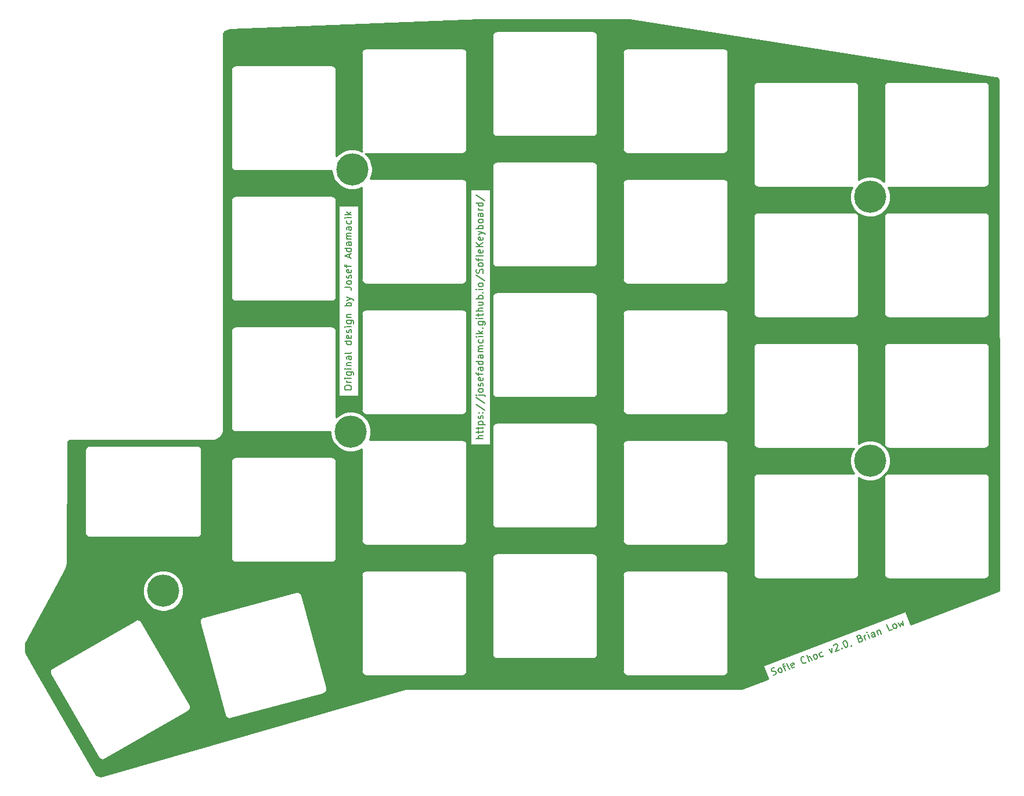
<source format=gbr>
G04 #@! TF.GenerationSoftware,KiCad,Pcbnew,(5.1.9-0-10_14)*
G04 #@! TF.CreationDate,2021-03-05T16:55:28-07:00*
G04 #@! TF.ProjectId,SofleKeyboardTopPlate,536f666c-654b-4657-9962-6f617264546f,rev?*
G04 #@! TF.SameCoordinates,Original*
G04 #@! TF.FileFunction,Copper,L1,Top*
G04 #@! TF.FilePolarity,Positive*
%FSLAX46Y46*%
G04 Gerber Fmt 4.6, Leading zero omitted, Abs format (unit mm)*
G04 Created by KiCad (PCBNEW (5.1.9-0-10_14)) date 2021-03-05 16:55:28*
%MOMM*%
%LPD*%
G01*
G04 APERTURE LIST*
G04 #@! TA.AperFunction,NonConductor*
%ADD10C,0.200000*%
G04 #@! TD*
G04 #@! TA.AperFunction,NonConductor*
%ADD11C,0.150000*%
G04 #@! TD*
G04 #@! TA.AperFunction,ComponentPad*
%ADD12C,4.700000*%
G04 #@! TD*
G04 #@! TA.AperFunction,NonConductor*
%ADD13C,0.254000*%
G04 #@! TD*
G04 #@! TA.AperFunction,NonConductor*
%ADD14C,0.100000*%
G04 #@! TD*
G04 APERTURE END LIST*
D10*
X130347380Y-90903304D02*
X130347380Y-90712828D01*
X130395000Y-90617590D01*
X130490238Y-90522352D01*
X130680714Y-90474733D01*
X131014047Y-90474733D01*
X131204523Y-90522352D01*
X131299761Y-90617590D01*
X131347380Y-90712828D01*
X131347380Y-90903304D01*
X131299761Y-90998542D01*
X131204523Y-91093780D01*
X131014047Y-91141400D01*
X130680714Y-91141400D01*
X130490238Y-91093780D01*
X130395000Y-90998542D01*
X130347380Y-90903304D01*
X131347380Y-90046161D02*
X130680714Y-90046161D01*
X130871190Y-90046161D02*
X130775952Y-89998542D01*
X130728333Y-89950923D01*
X130680714Y-89855685D01*
X130680714Y-89760447D01*
X131347380Y-89427114D02*
X130680714Y-89427114D01*
X130347380Y-89427114D02*
X130395000Y-89474733D01*
X130442619Y-89427114D01*
X130395000Y-89379495D01*
X130347380Y-89427114D01*
X130442619Y-89427114D01*
X130680714Y-88522352D02*
X131490238Y-88522352D01*
X131585476Y-88569971D01*
X131633095Y-88617590D01*
X131680714Y-88712828D01*
X131680714Y-88855685D01*
X131633095Y-88950923D01*
X131299761Y-88522352D02*
X131347380Y-88617590D01*
X131347380Y-88808066D01*
X131299761Y-88903304D01*
X131252142Y-88950923D01*
X131156904Y-88998542D01*
X130871190Y-88998542D01*
X130775952Y-88950923D01*
X130728333Y-88903304D01*
X130680714Y-88808066D01*
X130680714Y-88617590D01*
X130728333Y-88522352D01*
X131347380Y-88046161D02*
X130680714Y-88046161D01*
X130347380Y-88046161D02*
X130395000Y-88093780D01*
X130442619Y-88046161D01*
X130395000Y-87998542D01*
X130347380Y-88046161D01*
X130442619Y-88046161D01*
X130680714Y-87569971D02*
X131347380Y-87569971D01*
X130775952Y-87569971D02*
X130728333Y-87522352D01*
X130680714Y-87427114D01*
X130680714Y-87284257D01*
X130728333Y-87189019D01*
X130823571Y-87141400D01*
X131347380Y-87141400D01*
X131347380Y-86236638D02*
X130823571Y-86236638D01*
X130728333Y-86284257D01*
X130680714Y-86379495D01*
X130680714Y-86569971D01*
X130728333Y-86665209D01*
X131299761Y-86236638D02*
X131347380Y-86331876D01*
X131347380Y-86569971D01*
X131299761Y-86665209D01*
X131204523Y-86712828D01*
X131109285Y-86712828D01*
X131014047Y-86665209D01*
X130966428Y-86569971D01*
X130966428Y-86331876D01*
X130918809Y-86236638D01*
X131347380Y-85617590D02*
X131299761Y-85712828D01*
X131204523Y-85760447D01*
X130347380Y-85760447D01*
X131347380Y-84046161D02*
X130347380Y-84046161D01*
X131299761Y-84046161D02*
X131347380Y-84141400D01*
X131347380Y-84331876D01*
X131299761Y-84427114D01*
X131252142Y-84474733D01*
X131156904Y-84522352D01*
X130871190Y-84522352D01*
X130775952Y-84474733D01*
X130728333Y-84427114D01*
X130680714Y-84331876D01*
X130680714Y-84141400D01*
X130728333Y-84046161D01*
X131299761Y-83189019D02*
X131347380Y-83284257D01*
X131347380Y-83474733D01*
X131299761Y-83569971D01*
X131204523Y-83617590D01*
X130823571Y-83617590D01*
X130728333Y-83569971D01*
X130680714Y-83474733D01*
X130680714Y-83284257D01*
X130728333Y-83189019D01*
X130823571Y-83141400D01*
X130918809Y-83141400D01*
X131014047Y-83617590D01*
X131299761Y-82760447D02*
X131347380Y-82665209D01*
X131347380Y-82474733D01*
X131299761Y-82379495D01*
X131204523Y-82331876D01*
X131156904Y-82331876D01*
X131061666Y-82379495D01*
X131014047Y-82474733D01*
X131014047Y-82617590D01*
X130966428Y-82712828D01*
X130871190Y-82760447D01*
X130823571Y-82760447D01*
X130728333Y-82712828D01*
X130680714Y-82617590D01*
X130680714Y-82474733D01*
X130728333Y-82379495D01*
X131347380Y-81903304D02*
X130680714Y-81903304D01*
X130347380Y-81903304D02*
X130395000Y-81950923D01*
X130442619Y-81903304D01*
X130395000Y-81855685D01*
X130347380Y-81903304D01*
X130442619Y-81903304D01*
X130680714Y-80998542D02*
X131490238Y-80998542D01*
X131585476Y-81046161D01*
X131633095Y-81093780D01*
X131680714Y-81189019D01*
X131680714Y-81331876D01*
X131633095Y-81427114D01*
X131299761Y-80998542D02*
X131347380Y-81093780D01*
X131347380Y-81284257D01*
X131299761Y-81379495D01*
X131252142Y-81427114D01*
X131156904Y-81474733D01*
X130871190Y-81474733D01*
X130775952Y-81427114D01*
X130728333Y-81379495D01*
X130680714Y-81284257D01*
X130680714Y-81093780D01*
X130728333Y-80998542D01*
X130680714Y-80522352D02*
X131347380Y-80522352D01*
X130775952Y-80522352D02*
X130728333Y-80474733D01*
X130680714Y-80379495D01*
X130680714Y-80236638D01*
X130728333Y-80141400D01*
X130823571Y-80093780D01*
X131347380Y-80093780D01*
X131347380Y-78855685D02*
X130347380Y-78855685D01*
X130728333Y-78855685D02*
X130680714Y-78760447D01*
X130680714Y-78569971D01*
X130728333Y-78474733D01*
X130775952Y-78427114D01*
X130871190Y-78379495D01*
X131156904Y-78379495D01*
X131252142Y-78427114D01*
X131299761Y-78474733D01*
X131347380Y-78569971D01*
X131347380Y-78760447D01*
X131299761Y-78855685D01*
X130680714Y-78046161D02*
X131347380Y-77808066D01*
X130680714Y-77569971D02*
X131347380Y-77808066D01*
X131585476Y-77903304D01*
X131633095Y-77950923D01*
X131680714Y-78046161D01*
X130347380Y-76141400D02*
X131061666Y-76141400D01*
X131204523Y-76189019D01*
X131299761Y-76284257D01*
X131347380Y-76427114D01*
X131347380Y-76522352D01*
X131347380Y-75522352D02*
X131299761Y-75617590D01*
X131252142Y-75665209D01*
X131156904Y-75712828D01*
X130871190Y-75712828D01*
X130775952Y-75665209D01*
X130728333Y-75617590D01*
X130680714Y-75522352D01*
X130680714Y-75379495D01*
X130728333Y-75284257D01*
X130775952Y-75236638D01*
X130871190Y-75189019D01*
X131156904Y-75189019D01*
X131252142Y-75236638D01*
X131299761Y-75284257D01*
X131347380Y-75379495D01*
X131347380Y-75522352D01*
X131299761Y-74808066D02*
X131347380Y-74712828D01*
X131347380Y-74522352D01*
X131299761Y-74427114D01*
X131204523Y-74379495D01*
X131156904Y-74379495D01*
X131061666Y-74427114D01*
X131014047Y-74522352D01*
X131014047Y-74665209D01*
X130966428Y-74760447D01*
X130871190Y-74808066D01*
X130823571Y-74808066D01*
X130728333Y-74760447D01*
X130680714Y-74665209D01*
X130680714Y-74522352D01*
X130728333Y-74427114D01*
X131299761Y-73569971D02*
X131347380Y-73665209D01*
X131347380Y-73855685D01*
X131299761Y-73950923D01*
X131204523Y-73998542D01*
X130823571Y-73998542D01*
X130728333Y-73950923D01*
X130680714Y-73855685D01*
X130680714Y-73665209D01*
X130728333Y-73569971D01*
X130823571Y-73522352D01*
X130918809Y-73522352D01*
X131014047Y-73998542D01*
X130680714Y-73236638D02*
X130680714Y-72855685D01*
X131347380Y-73093780D02*
X130490238Y-73093780D01*
X130395000Y-73046161D01*
X130347380Y-72950923D01*
X130347380Y-72855685D01*
X131061666Y-71808066D02*
X131061666Y-71331876D01*
X131347380Y-71903304D02*
X130347380Y-71569971D01*
X131347380Y-71236638D01*
X131347380Y-70474733D02*
X130347380Y-70474733D01*
X131299761Y-70474733D02*
X131347380Y-70569971D01*
X131347380Y-70760447D01*
X131299761Y-70855685D01*
X131252142Y-70903304D01*
X131156904Y-70950923D01*
X130871190Y-70950923D01*
X130775952Y-70903304D01*
X130728333Y-70855685D01*
X130680714Y-70760447D01*
X130680714Y-70569971D01*
X130728333Y-70474733D01*
X131347380Y-69569971D02*
X130823571Y-69569971D01*
X130728333Y-69617590D01*
X130680714Y-69712828D01*
X130680714Y-69903304D01*
X130728333Y-69998542D01*
X131299761Y-69569971D02*
X131347380Y-69665209D01*
X131347380Y-69903304D01*
X131299761Y-69998542D01*
X131204523Y-70046161D01*
X131109285Y-70046161D01*
X131014047Y-69998542D01*
X130966428Y-69903304D01*
X130966428Y-69665209D01*
X130918809Y-69569971D01*
X131347380Y-69093780D02*
X130680714Y-69093780D01*
X130775952Y-69093780D02*
X130728333Y-69046161D01*
X130680714Y-68950923D01*
X130680714Y-68808066D01*
X130728333Y-68712828D01*
X130823571Y-68665209D01*
X131347380Y-68665209D01*
X130823571Y-68665209D02*
X130728333Y-68617590D01*
X130680714Y-68522352D01*
X130680714Y-68379495D01*
X130728333Y-68284257D01*
X130823571Y-68236638D01*
X131347380Y-68236638D01*
X131347380Y-67331876D02*
X130823571Y-67331876D01*
X130728333Y-67379495D01*
X130680714Y-67474733D01*
X130680714Y-67665209D01*
X130728333Y-67760447D01*
X131299761Y-67331876D02*
X131347380Y-67427114D01*
X131347380Y-67665209D01*
X131299761Y-67760447D01*
X131204523Y-67808066D01*
X131109285Y-67808066D01*
X131014047Y-67760447D01*
X130966428Y-67665209D01*
X130966428Y-67427114D01*
X130918809Y-67331876D01*
X131299761Y-66427114D02*
X131347380Y-66522352D01*
X131347380Y-66712828D01*
X131299761Y-66808066D01*
X131252142Y-66855685D01*
X131156904Y-66903304D01*
X130871190Y-66903304D01*
X130775952Y-66855685D01*
X130728333Y-66808066D01*
X130680714Y-66712828D01*
X130680714Y-66522352D01*
X130728333Y-66427114D01*
X131347380Y-65998542D02*
X130680714Y-65998542D01*
X130347380Y-65998542D02*
X130395000Y-66046161D01*
X130442619Y-65998542D01*
X130395000Y-65950923D01*
X130347380Y-65998542D01*
X130442619Y-65998542D01*
X131347380Y-65522352D02*
X130347380Y-65522352D01*
X130966428Y-65427114D02*
X131347380Y-65141400D01*
X130680714Y-65141400D02*
X131061666Y-65522352D01*
D11*
X150547380Y-98214285D02*
X149547380Y-98214285D01*
X150547380Y-97785714D02*
X150023571Y-97785714D01*
X149928333Y-97833333D01*
X149880714Y-97928571D01*
X149880714Y-98071428D01*
X149928333Y-98166666D01*
X149975952Y-98214285D01*
X149880714Y-97452380D02*
X149880714Y-97071428D01*
X149547380Y-97309523D02*
X150404523Y-97309523D01*
X150499761Y-97261904D01*
X150547380Y-97166666D01*
X150547380Y-97071428D01*
X149880714Y-96880952D02*
X149880714Y-96500000D01*
X149547380Y-96738095D02*
X150404523Y-96738095D01*
X150499761Y-96690476D01*
X150547380Y-96595238D01*
X150547380Y-96500000D01*
X149880714Y-96166666D02*
X150880714Y-96166666D01*
X149928333Y-96166666D02*
X149880714Y-96071428D01*
X149880714Y-95880952D01*
X149928333Y-95785714D01*
X149975952Y-95738095D01*
X150071190Y-95690476D01*
X150356904Y-95690476D01*
X150452142Y-95738095D01*
X150499761Y-95785714D01*
X150547380Y-95880952D01*
X150547380Y-96071428D01*
X150499761Y-96166666D01*
X150499761Y-95309523D02*
X150547380Y-95214285D01*
X150547380Y-95023809D01*
X150499761Y-94928571D01*
X150404523Y-94880952D01*
X150356904Y-94880952D01*
X150261666Y-94928571D01*
X150214047Y-95023809D01*
X150214047Y-95166666D01*
X150166428Y-95261904D01*
X150071190Y-95309523D01*
X150023571Y-95309523D01*
X149928333Y-95261904D01*
X149880714Y-95166666D01*
X149880714Y-95023809D01*
X149928333Y-94928571D01*
X150452142Y-94452380D02*
X150499761Y-94404761D01*
X150547380Y-94452380D01*
X150499761Y-94500000D01*
X150452142Y-94452380D01*
X150547380Y-94452380D01*
X149928333Y-94452380D02*
X149975952Y-94404761D01*
X150023571Y-94452380D01*
X149975952Y-94500000D01*
X149928333Y-94452380D01*
X150023571Y-94452380D01*
X149499761Y-93261904D02*
X150785476Y-94119047D01*
X149499761Y-92214285D02*
X150785476Y-93071428D01*
X149880714Y-91880952D02*
X150737857Y-91880952D01*
X150833095Y-91928571D01*
X150880714Y-92023809D01*
X150880714Y-92071428D01*
X149547380Y-91880952D02*
X149595000Y-91928571D01*
X149642619Y-91880952D01*
X149595000Y-91833333D01*
X149547380Y-91880952D01*
X149642619Y-91880952D01*
X150547380Y-91261904D02*
X150499761Y-91357142D01*
X150452142Y-91404761D01*
X150356904Y-91452380D01*
X150071190Y-91452380D01*
X149975952Y-91404761D01*
X149928333Y-91357142D01*
X149880714Y-91261904D01*
X149880714Y-91119047D01*
X149928333Y-91023809D01*
X149975952Y-90976190D01*
X150071190Y-90928571D01*
X150356904Y-90928571D01*
X150452142Y-90976190D01*
X150499761Y-91023809D01*
X150547380Y-91119047D01*
X150547380Y-91261904D01*
X150499761Y-90547619D02*
X150547380Y-90452380D01*
X150547380Y-90261904D01*
X150499761Y-90166666D01*
X150404523Y-90119047D01*
X150356904Y-90119047D01*
X150261666Y-90166666D01*
X150214047Y-90261904D01*
X150214047Y-90404761D01*
X150166428Y-90500000D01*
X150071190Y-90547619D01*
X150023571Y-90547619D01*
X149928333Y-90500000D01*
X149880714Y-90404761D01*
X149880714Y-90261904D01*
X149928333Y-90166666D01*
X150499761Y-89309523D02*
X150547380Y-89404761D01*
X150547380Y-89595238D01*
X150499761Y-89690476D01*
X150404523Y-89738095D01*
X150023571Y-89738095D01*
X149928333Y-89690476D01*
X149880714Y-89595238D01*
X149880714Y-89404761D01*
X149928333Y-89309523D01*
X150023571Y-89261904D01*
X150118809Y-89261904D01*
X150214047Y-89738095D01*
X149880714Y-88976190D02*
X149880714Y-88595238D01*
X150547380Y-88833333D02*
X149690238Y-88833333D01*
X149595000Y-88785714D01*
X149547380Y-88690476D01*
X149547380Y-88595238D01*
X150547380Y-87833333D02*
X150023571Y-87833333D01*
X149928333Y-87880952D01*
X149880714Y-87976190D01*
X149880714Y-88166666D01*
X149928333Y-88261904D01*
X150499761Y-87833333D02*
X150547380Y-87928571D01*
X150547380Y-88166666D01*
X150499761Y-88261904D01*
X150404523Y-88309523D01*
X150309285Y-88309523D01*
X150214047Y-88261904D01*
X150166428Y-88166666D01*
X150166428Y-87928571D01*
X150118809Y-87833333D01*
X150547380Y-86928571D02*
X149547380Y-86928571D01*
X150499761Y-86928571D02*
X150547380Y-87023809D01*
X150547380Y-87214285D01*
X150499761Y-87309523D01*
X150452142Y-87357142D01*
X150356904Y-87404761D01*
X150071190Y-87404761D01*
X149975952Y-87357142D01*
X149928333Y-87309523D01*
X149880714Y-87214285D01*
X149880714Y-87023809D01*
X149928333Y-86928571D01*
X150547380Y-86023809D02*
X150023571Y-86023809D01*
X149928333Y-86071428D01*
X149880714Y-86166666D01*
X149880714Y-86357142D01*
X149928333Y-86452380D01*
X150499761Y-86023809D02*
X150547380Y-86119047D01*
X150547380Y-86357142D01*
X150499761Y-86452380D01*
X150404523Y-86500000D01*
X150309285Y-86500000D01*
X150214047Y-86452380D01*
X150166428Y-86357142D01*
X150166428Y-86119047D01*
X150118809Y-86023809D01*
X150547380Y-85547619D02*
X149880714Y-85547619D01*
X149975952Y-85547619D02*
X149928333Y-85500000D01*
X149880714Y-85404761D01*
X149880714Y-85261904D01*
X149928333Y-85166666D01*
X150023571Y-85119047D01*
X150547380Y-85119047D01*
X150023571Y-85119047D02*
X149928333Y-85071428D01*
X149880714Y-84976190D01*
X149880714Y-84833333D01*
X149928333Y-84738095D01*
X150023571Y-84690476D01*
X150547380Y-84690476D01*
X150499761Y-83785714D02*
X150547380Y-83880952D01*
X150547380Y-84071428D01*
X150499761Y-84166666D01*
X150452142Y-84214285D01*
X150356904Y-84261904D01*
X150071190Y-84261904D01*
X149975952Y-84214285D01*
X149928333Y-84166666D01*
X149880714Y-84071428D01*
X149880714Y-83880952D01*
X149928333Y-83785714D01*
X150547380Y-83357142D02*
X149880714Y-83357142D01*
X149547380Y-83357142D02*
X149595000Y-83404761D01*
X149642619Y-83357142D01*
X149595000Y-83309523D01*
X149547380Y-83357142D01*
X149642619Y-83357142D01*
X150547380Y-82880952D02*
X149547380Y-82880952D01*
X150166428Y-82785714D02*
X150547380Y-82500000D01*
X149880714Y-82500000D02*
X150261666Y-82880952D01*
X150452142Y-82071428D02*
X150499761Y-82023809D01*
X150547380Y-82071428D01*
X150499761Y-82119047D01*
X150452142Y-82071428D01*
X150547380Y-82071428D01*
X149880714Y-81166666D02*
X150690238Y-81166666D01*
X150785476Y-81214285D01*
X150833095Y-81261904D01*
X150880714Y-81357142D01*
X150880714Y-81500000D01*
X150833095Y-81595238D01*
X150499761Y-81166666D02*
X150547380Y-81261904D01*
X150547380Y-81452380D01*
X150499761Y-81547619D01*
X150452142Y-81595238D01*
X150356904Y-81642857D01*
X150071190Y-81642857D01*
X149975952Y-81595238D01*
X149928333Y-81547619D01*
X149880714Y-81452380D01*
X149880714Y-81261904D01*
X149928333Y-81166666D01*
X150547380Y-80690476D02*
X149880714Y-80690476D01*
X149547380Y-80690476D02*
X149595000Y-80738095D01*
X149642619Y-80690476D01*
X149595000Y-80642857D01*
X149547380Y-80690476D01*
X149642619Y-80690476D01*
X149880714Y-80357142D02*
X149880714Y-79976190D01*
X149547380Y-80214285D02*
X150404523Y-80214285D01*
X150499761Y-80166666D01*
X150547380Y-80071428D01*
X150547380Y-79976190D01*
X150547380Y-79642857D02*
X149547380Y-79642857D01*
X150547380Y-79214285D02*
X150023571Y-79214285D01*
X149928333Y-79261904D01*
X149880714Y-79357142D01*
X149880714Y-79500000D01*
X149928333Y-79595238D01*
X149975952Y-79642857D01*
X149880714Y-78309523D02*
X150547380Y-78309523D01*
X149880714Y-78738095D02*
X150404523Y-78738095D01*
X150499761Y-78690476D01*
X150547380Y-78595238D01*
X150547380Y-78452380D01*
X150499761Y-78357142D01*
X150452142Y-78309523D01*
X150547380Y-77833333D02*
X149547380Y-77833333D01*
X149928333Y-77833333D02*
X149880714Y-77738095D01*
X149880714Y-77547619D01*
X149928333Y-77452380D01*
X149975952Y-77404761D01*
X150071190Y-77357142D01*
X150356904Y-77357142D01*
X150452142Y-77404761D01*
X150499761Y-77452380D01*
X150547380Y-77547619D01*
X150547380Y-77738095D01*
X150499761Y-77833333D01*
X150452142Y-76928571D02*
X150499761Y-76880952D01*
X150547380Y-76928571D01*
X150499761Y-76976190D01*
X150452142Y-76928571D01*
X150547380Y-76928571D01*
X150547380Y-76452380D02*
X149880714Y-76452380D01*
X149547380Y-76452380D02*
X149595000Y-76500000D01*
X149642619Y-76452380D01*
X149595000Y-76404761D01*
X149547380Y-76452380D01*
X149642619Y-76452380D01*
X150547380Y-75833333D02*
X150499761Y-75928571D01*
X150452142Y-75976190D01*
X150356904Y-76023809D01*
X150071190Y-76023809D01*
X149975952Y-75976190D01*
X149928333Y-75928571D01*
X149880714Y-75833333D01*
X149880714Y-75690476D01*
X149928333Y-75595238D01*
X149975952Y-75547619D01*
X150071190Y-75500000D01*
X150356904Y-75500000D01*
X150452142Y-75547619D01*
X150499761Y-75595238D01*
X150547380Y-75690476D01*
X150547380Y-75833333D01*
X149499761Y-74357142D02*
X150785476Y-75214285D01*
X150499761Y-74071428D02*
X150547380Y-73928571D01*
X150547380Y-73690476D01*
X150499761Y-73595238D01*
X150452142Y-73547619D01*
X150356904Y-73500000D01*
X150261666Y-73500000D01*
X150166428Y-73547619D01*
X150118809Y-73595238D01*
X150071190Y-73690476D01*
X150023571Y-73880952D01*
X149975952Y-73976190D01*
X149928333Y-74023809D01*
X149833095Y-74071428D01*
X149737857Y-74071428D01*
X149642619Y-74023809D01*
X149595000Y-73976190D01*
X149547380Y-73880952D01*
X149547380Y-73642857D01*
X149595000Y-73500000D01*
X150547380Y-72928571D02*
X150499761Y-73023809D01*
X150452142Y-73071428D01*
X150356904Y-73119047D01*
X150071190Y-73119047D01*
X149975952Y-73071428D01*
X149928333Y-73023809D01*
X149880714Y-72928571D01*
X149880714Y-72785714D01*
X149928333Y-72690476D01*
X149975952Y-72642857D01*
X150071190Y-72595238D01*
X150356904Y-72595238D01*
X150452142Y-72642857D01*
X150499761Y-72690476D01*
X150547380Y-72785714D01*
X150547380Y-72928571D01*
X149880714Y-72309523D02*
X149880714Y-71928571D01*
X150547380Y-72166666D02*
X149690238Y-72166666D01*
X149595000Y-72119047D01*
X149547380Y-72023809D01*
X149547380Y-71928571D01*
X150547380Y-71452380D02*
X150499761Y-71547619D01*
X150404523Y-71595238D01*
X149547380Y-71595238D01*
X150499761Y-70690476D02*
X150547380Y-70785714D01*
X150547380Y-70976190D01*
X150499761Y-71071428D01*
X150404523Y-71119047D01*
X150023571Y-71119047D01*
X149928333Y-71071428D01*
X149880714Y-70976190D01*
X149880714Y-70785714D01*
X149928333Y-70690476D01*
X150023571Y-70642857D01*
X150118809Y-70642857D01*
X150214047Y-71119047D01*
X150547380Y-70214285D02*
X149547380Y-70214285D01*
X150547380Y-69642857D02*
X149975952Y-70071428D01*
X149547380Y-69642857D02*
X150118809Y-70214285D01*
X150499761Y-68833333D02*
X150547380Y-68928571D01*
X150547380Y-69119047D01*
X150499761Y-69214285D01*
X150404523Y-69261904D01*
X150023571Y-69261904D01*
X149928333Y-69214285D01*
X149880714Y-69119047D01*
X149880714Y-68928571D01*
X149928333Y-68833333D01*
X150023571Y-68785714D01*
X150118809Y-68785714D01*
X150214047Y-69261904D01*
X149880714Y-68452380D02*
X150547380Y-68214285D01*
X149880714Y-67976190D02*
X150547380Y-68214285D01*
X150785476Y-68309523D01*
X150833095Y-68357142D01*
X150880714Y-68452380D01*
X150547380Y-67595238D02*
X149547380Y-67595238D01*
X149928333Y-67595238D02*
X149880714Y-67500000D01*
X149880714Y-67309523D01*
X149928333Y-67214285D01*
X149975952Y-67166666D01*
X150071190Y-67119047D01*
X150356904Y-67119047D01*
X150452142Y-67166666D01*
X150499761Y-67214285D01*
X150547380Y-67309523D01*
X150547380Y-67500000D01*
X150499761Y-67595238D01*
X150547380Y-66547619D02*
X150499761Y-66642857D01*
X150452142Y-66690476D01*
X150356904Y-66738095D01*
X150071190Y-66738095D01*
X149975952Y-66690476D01*
X149928333Y-66642857D01*
X149880714Y-66547619D01*
X149880714Y-66404761D01*
X149928333Y-66309523D01*
X149975952Y-66261904D01*
X150071190Y-66214285D01*
X150356904Y-66214285D01*
X150452142Y-66261904D01*
X150499761Y-66309523D01*
X150547380Y-66404761D01*
X150547380Y-66547619D01*
X150547380Y-65357142D02*
X150023571Y-65357142D01*
X149928333Y-65404761D01*
X149880714Y-65500000D01*
X149880714Y-65690476D01*
X149928333Y-65785714D01*
X150499761Y-65357142D02*
X150547380Y-65452380D01*
X150547380Y-65690476D01*
X150499761Y-65785714D01*
X150404523Y-65833333D01*
X150309285Y-65833333D01*
X150214047Y-65785714D01*
X150166428Y-65690476D01*
X150166428Y-65452380D01*
X150118809Y-65357142D01*
X150547380Y-64880952D02*
X149880714Y-64880952D01*
X150071190Y-64880952D02*
X149975952Y-64833333D01*
X149928333Y-64785714D01*
X149880714Y-64690476D01*
X149880714Y-64595238D01*
X150547380Y-63833333D02*
X149547380Y-63833333D01*
X150499761Y-63833333D02*
X150547380Y-63928571D01*
X150547380Y-64119047D01*
X150499761Y-64214285D01*
X150452142Y-64261904D01*
X150356904Y-64309523D01*
X150071190Y-64309523D01*
X149975952Y-64261904D01*
X149928333Y-64214285D01*
X149880714Y-64119047D01*
X149880714Y-63928571D01*
X149928333Y-63833333D01*
X149499761Y-62642857D02*
X150785476Y-63500000D01*
D10*
X192854196Y-132733350D02*
X193004630Y-132726611D01*
X193226911Y-132641285D01*
X193298758Y-132562699D01*
X193326149Y-132501177D01*
X193336475Y-132395200D01*
X193302345Y-132306287D01*
X193223758Y-132234440D01*
X193162237Y-132207049D01*
X193056259Y-132196723D01*
X192861369Y-132220527D01*
X192755392Y-132210201D01*
X192693871Y-132182810D01*
X192615284Y-132110963D01*
X192581154Y-132022051D01*
X192591480Y-131916073D01*
X192618871Y-131854552D01*
X192690718Y-131775965D01*
X192912999Y-131690639D01*
X193063433Y-131683900D01*
X193938210Y-132368243D02*
X193832233Y-132357917D01*
X193770711Y-132330526D01*
X193692125Y-132258678D01*
X193589734Y-131991941D01*
X193600060Y-131885964D01*
X193627451Y-131824442D01*
X193699298Y-131745856D01*
X193832667Y-131694660D01*
X193938644Y-131704986D01*
X194000166Y-131732377D01*
X194078752Y-131804225D01*
X194181143Y-132070962D01*
X194170817Y-132176939D01*
X194143426Y-132238461D01*
X194071579Y-132317047D01*
X193938210Y-132368243D01*
X194277229Y-131524009D02*
X194632879Y-131387488D01*
X194649510Y-132095201D02*
X194342337Y-131294989D01*
X194352663Y-131189011D01*
X194424510Y-131110425D01*
X194513423Y-131076294D01*
X195316353Y-131839223D02*
X195210375Y-131828897D01*
X195131789Y-131757050D01*
X194824616Y-130956838D01*
X196010587Y-131521725D02*
X195938740Y-131600311D01*
X195760915Y-131668572D01*
X195654937Y-131658246D01*
X195576351Y-131586399D01*
X195439830Y-131230749D01*
X195450156Y-131124772D01*
X195522003Y-131046185D01*
X195699828Y-130977924D01*
X195805805Y-130988250D01*
X195884392Y-131060098D01*
X195918522Y-131149010D01*
X195508090Y-131408574D01*
X197682858Y-130828793D02*
X197655467Y-130890315D01*
X197539163Y-130985966D01*
X197450251Y-131020097D01*
X197299817Y-131026836D01*
X197176774Y-130972054D01*
X197098188Y-130900206D01*
X196985471Y-130739447D01*
X196934276Y-130606078D01*
X196910471Y-130411188D01*
X196920797Y-130305211D01*
X196975579Y-130182168D01*
X197091883Y-130086516D01*
X197180795Y-130052386D01*
X197331229Y-130045647D01*
X197392750Y-130073038D01*
X198117094Y-130764120D02*
X197758726Y-129830539D01*
X198517200Y-130610533D02*
X198329483Y-130121515D01*
X198250897Y-130049668D01*
X198144919Y-130039342D01*
X198011551Y-130090537D01*
X197939703Y-130169124D01*
X197912312Y-130230645D01*
X199095131Y-130388686D02*
X198989153Y-130378361D01*
X198927632Y-130350969D01*
X198849045Y-130279122D01*
X198746654Y-130012385D01*
X198756980Y-129906407D01*
X198784371Y-129844886D01*
X198856219Y-129766300D01*
X198989587Y-129715104D01*
X199095565Y-129725430D01*
X199157086Y-129752821D01*
X199235673Y-129824668D01*
X199338064Y-130091406D01*
X199327738Y-130197383D01*
X199300347Y-130258905D01*
X199228499Y-130337491D01*
X199095131Y-130388686D01*
X200189471Y-129917602D02*
X200117623Y-129996188D01*
X199939799Y-130064449D01*
X199833821Y-130054123D01*
X199772300Y-130026732D01*
X199693713Y-129954885D01*
X199591322Y-129688147D01*
X199601648Y-129582170D01*
X199629039Y-129520648D01*
X199700887Y-129442062D01*
X199878712Y-129373801D01*
X199984689Y-129384127D01*
X200990117Y-128947173D02*
X201451310Y-129484234D01*
X201434679Y-128776521D01*
X201660547Y-128434784D02*
X201687938Y-128373263D01*
X201759785Y-128294676D01*
X201982066Y-128209351D01*
X202088044Y-128219677D01*
X202149565Y-128247068D01*
X202228151Y-128318915D01*
X202262282Y-128407827D01*
X202269021Y-128558261D01*
X201940328Y-129296517D01*
X202518259Y-129074671D01*
X202884234Y-128832172D02*
X202945756Y-128859563D01*
X202918365Y-128921084D01*
X202856843Y-128893693D01*
X202884234Y-128832172D01*
X202918365Y-128921084D01*
X203182384Y-127748592D02*
X203271296Y-127714462D01*
X203377274Y-127724788D01*
X203438795Y-127752179D01*
X203517382Y-127824026D01*
X203630098Y-127984786D01*
X203715424Y-128207067D01*
X203739228Y-128401957D01*
X203728902Y-128507934D01*
X203701511Y-128569456D01*
X203629664Y-128648042D01*
X203540752Y-128682172D01*
X203434774Y-128671846D01*
X203373253Y-128644455D01*
X203294666Y-128572608D01*
X203181950Y-128411848D01*
X203096624Y-128189567D01*
X203072819Y-127994677D01*
X203083145Y-127888700D01*
X203110536Y-127827178D01*
X203182384Y-127748592D01*
X204279442Y-128347609D02*
X204296507Y-128392065D01*
X204286181Y-128498043D01*
X204258790Y-128559564D01*
X205531389Y-127356962D02*
X205681823Y-127350223D01*
X205743345Y-127377614D01*
X205821931Y-127449461D01*
X205873127Y-127582830D01*
X205862801Y-127688808D01*
X205835410Y-127750329D01*
X205763562Y-127828915D01*
X205407913Y-127965437D01*
X205049545Y-127031856D01*
X205360738Y-126912400D01*
X205466716Y-126922726D01*
X205528237Y-126950117D01*
X205606823Y-127021964D01*
X205640954Y-127110877D01*
X205630628Y-127216854D01*
X205603237Y-127278376D01*
X205531389Y-127356962D01*
X205220196Y-127476418D01*
X206341493Y-127607069D02*
X206102581Y-126984682D01*
X206170842Y-127162506D02*
X206181168Y-127056529D01*
X206208559Y-126995008D01*
X206280406Y-126916421D01*
X206369318Y-126882291D01*
X206919424Y-127385222D02*
X206680512Y-126762835D01*
X206561056Y-126451641D02*
X206533665Y-126513163D01*
X206595186Y-126540554D01*
X206622577Y-126479032D01*
X206561056Y-126451641D01*
X206595186Y-126540554D01*
X207764092Y-127060984D02*
X207576375Y-126571966D01*
X207497789Y-126500118D01*
X207391811Y-126489793D01*
X207213986Y-126558053D01*
X207142139Y-126636640D01*
X207747027Y-127016528D02*
X207675179Y-127095114D01*
X207452898Y-127180440D01*
X207346921Y-127170114D01*
X207268334Y-127098267D01*
X207234204Y-127009354D01*
X207244530Y-126903377D01*
X207316377Y-126824790D01*
X207538658Y-126739465D01*
X207610505Y-126660878D01*
X207969742Y-126267946D02*
X208208654Y-126890333D01*
X208003872Y-126356858D02*
X208031263Y-126295337D01*
X208103111Y-126216750D01*
X208236479Y-126165555D01*
X208342457Y-126175881D01*
X208421043Y-126247728D01*
X208608760Y-126736746D01*
X210209183Y-126122401D02*
X209764621Y-126293053D01*
X209406253Y-125359472D01*
X210653745Y-125951750D02*
X210547768Y-125941424D01*
X210486247Y-125914033D01*
X210407660Y-125842186D01*
X210305269Y-125575448D01*
X210315595Y-125469471D01*
X210342986Y-125407949D01*
X210414833Y-125329363D01*
X210548202Y-125278168D01*
X210654180Y-125288494D01*
X210715701Y-125315885D01*
X210794288Y-125387732D01*
X210896678Y-125654469D01*
X210886352Y-125760447D01*
X210858961Y-125821968D01*
X210787114Y-125900555D01*
X210653745Y-125951750D01*
X211037220Y-125090451D02*
X211453957Y-125644577D01*
X211461131Y-125131755D01*
X211809607Y-125508056D01*
X211748520Y-124817409D01*
D12*
X103897800Y-120441400D03*
X131252800Y-97216400D03*
X206995000Y-101445000D03*
X131452800Y-58936400D03*
X206995000Y-62945000D03*
D13*
X225331807Y-45561746D02*
X225442617Y-45590115D01*
X225516481Y-45623972D01*
X225582585Y-45669767D01*
X225639771Y-45726261D01*
X225686436Y-45791768D01*
X225721105Y-45864343D01*
X225742732Y-45942657D01*
X225753192Y-46058012D01*
X225780002Y-120446646D01*
X212899239Y-125365535D01*
X212141357Y-123391186D01*
X191341629Y-131375453D01*
X192085685Y-133313786D01*
X188298580Y-134760000D01*
X139153838Y-134760000D01*
X139091265Y-134759123D01*
X139053284Y-134766126D01*
X139014845Y-134769912D01*
X138954927Y-134788088D01*
X94859605Y-147492335D01*
X94515432Y-147429758D01*
X94238912Y-147337584D01*
X94079990Y-147201366D01*
X85460882Y-132233548D01*
X87348756Y-132233548D01*
X87353235Y-132370375D01*
X87384322Y-132503702D01*
X87440823Y-132628402D01*
X87460800Y-132656280D01*
X94426671Y-144721525D01*
X94440823Y-144752758D01*
X94460796Y-144780631D01*
X94460801Y-144780639D01*
X94495251Y-144828713D01*
X94520566Y-144864040D01*
X94620487Y-144957626D01*
X94647594Y-144974482D01*
X94736743Y-145029919D01*
X94864872Y-145078144D01*
X94999947Y-145100444D01*
X94999948Y-145100444D01*
X95136775Y-145095965D01*
X95270102Y-145064878D01*
X95363560Y-145022533D01*
X95363571Y-145022527D01*
X95394802Y-145008376D01*
X95422673Y-144988404D01*
X107487933Y-138022524D01*
X107519158Y-138008376D01*
X107547024Y-137988408D01*
X107547039Y-137988399D01*
X107630439Y-137928635D01*
X107724025Y-137828714D01*
X107796319Y-137712457D01*
X107844544Y-137584328D01*
X107866844Y-137449253D01*
X107862365Y-137312425D01*
X107831277Y-137179098D01*
X107831277Y-137179097D01*
X107788933Y-137085639D01*
X107788924Y-137085624D01*
X107774776Y-137054398D01*
X107754807Y-137026531D01*
X100788928Y-124961275D01*
X100778077Y-124937327D01*
X109227720Y-124937327D01*
X109244433Y-125038560D01*
X109244435Y-125038566D01*
X109250021Y-125072402D01*
X109262101Y-125104497D01*
X112867903Y-138561534D01*
X112873488Y-138595363D01*
X112885566Y-138627453D01*
X112885569Y-138627465D01*
X112921711Y-138723492D01*
X112994005Y-138839750D01*
X113087590Y-138939670D01*
X113198871Y-139019414D01*
X113323572Y-139075914D01*
X113456898Y-139107001D01*
X113593727Y-139111481D01*
X113728802Y-139089180D01*
X113760908Y-139077096D01*
X127217924Y-135471300D01*
X127251763Y-135465713D01*
X127283863Y-135453632D01*
X127283865Y-135453631D01*
X127379892Y-135417489D01*
X127496150Y-135345195D01*
X127596070Y-135251610D01*
X127675814Y-135140329D01*
X127732314Y-135015628D01*
X127763401Y-134882302D01*
X127767881Y-134745473D01*
X127745580Y-134610398D01*
X127733496Y-134578292D01*
X124127701Y-121121286D01*
X124122113Y-121087437D01*
X124073889Y-120959308D01*
X124001594Y-120843050D01*
X123908009Y-120743130D01*
X123796728Y-120663387D01*
X123672028Y-120606886D01*
X123538702Y-120575799D01*
X123401873Y-120571320D01*
X123401872Y-120571320D01*
X123300640Y-120588033D01*
X123300634Y-120588035D01*
X123266798Y-120593621D01*
X123234702Y-120605701D01*
X109777676Y-124211501D01*
X109743837Y-124217088D01*
X109711738Y-124229169D01*
X109711735Y-124229170D01*
X109615709Y-124265312D01*
X109499450Y-124337606D01*
X109399530Y-124431191D01*
X109319787Y-124542472D01*
X109263286Y-124667173D01*
X109232199Y-124800498D01*
X109227720Y-124937327D01*
X100778077Y-124937327D01*
X100774776Y-124930042D01*
X100754803Y-124902169D01*
X100754798Y-124902161D01*
X100695034Y-124818760D01*
X100595113Y-124725174D01*
X100478855Y-124652881D01*
X100350727Y-124604656D01*
X100215652Y-124582356D01*
X100078823Y-124586835D01*
X100028405Y-124598591D01*
X99945498Y-124617922D01*
X99908794Y-124634552D01*
X99852039Y-124660267D01*
X99852032Y-124660271D01*
X99820798Y-124674423D01*
X99792924Y-124694397D01*
X87727683Y-131660268D01*
X87696442Y-131674423D01*
X87668562Y-131694402D01*
X87668561Y-131694402D01*
X87585160Y-131754166D01*
X87491574Y-131854087D01*
X87419281Y-131970345D01*
X87371056Y-132098473D01*
X87348756Y-132233548D01*
X85460882Y-132233548D01*
X83928274Y-129572044D01*
X83821687Y-129216756D01*
X83780000Y-128716515D01*
X83780000Y-128412828D01*
X83846575Y-128079954D01*
X88126463Y-120147403D01*
X100912800Y-120147403D01*
X100912800Y-120735397D01*
X101027512Y-121312092D01*
X101252527Y-121855328D01*
X101579199Y-122344226D01*
X101994974Y-122760001D01*
X102483872Y-123086673D01*
X103027108Y-123311688D01*
X103603803Y-123426400D01*
X104191797Y-123426400D01*
X104768492Y-123311688D01*
X105311728Y-123086673D01*
X105800626Y-122760001D01*
X106216401Y-122344226D01*
X106543073Y-121855328D01*
X106768088Y-121312092D01*
X106882800Y-120735397D01*
X106882800Y-120147403D01*
X106768088Y-119570708D01*
X106543073Y-119027472D01*
X106216401Y-118538574D01*
X105819227Y-118141400D01*
X132799438Y-118141400D01*
X132802800Y-118175535D01*
X132802801Y-132107255D01*
X132799438Y-132141400D01*
X132812857Y-132277644D01*
X132852598Y-132408652D01*
X132917133Y-132529389D01*
X133003983Y-132635217D01*
X133109811Y-132722067D01*
X133230548Y-132786602D01*
X133361556Y-132826343D01*
X133463665Y-132836400D01*
X133463666Y-132836400D01*
X133497800Y-132839762D01*
X133531935Y-132836400D01*
X147463665Y-132836400D01*
X147497800Y-132839762D01*
X147531934Y-132836400D01*
X147531935Y-132836400D01*
X147634044Y-132826343D01*
X147765052Y-132786602D01*
X147885789Y-132722067D01*
X147991617Y-132635217D01*
X148078467Y-132529389D01*
X148143002Y-132408652D01*
X148182743Y-132277644D01*
X148196162Y-132141400D01*
X148192800Y-132107265D01*
X148192800Y-118175535D01*
X148196162Y-118141400D01*
X148182743Y-118005156D01*
X148143002Y-117874148D01*
X148078467Y-117753411D01*
X147991617Y-117647583D01*
X147885789Y-117560733D01*
X147765052Y-117496198D01*
X147634044Y-117456457D01*
X147531935Y-117446400D01*
X147497800Y-117443038D01*
X147463666Y-117446400D01*
X133531934Y-117446400D01*
X133497800Y-117443038D01*
X133463665Y-117446400D01*
X133361556Y-117456457D01*
X133230548Y-117496198D01*
X133109811Y-117560733D01*
X133003983Y-117647583D01*
X132917133Y-117753411D01*
X132852598Y-117874148D01*
X132812857Y-118005156D01*
X132799438Y-118141400D01*
X105819227Y-118141400D01*
X105800626Y-118122799D01*
X105311728Y-117796127D01*
X104768492Y-117571112D01*
X104191797Y-117456400D01*
X103603803Y-117456400D01*
X103027108Y-117571112D01*
X102483872Y-117796127D01*
X101994974Y-118122799D01*
X101579199Y-118538574D01*
X101252527Y-119027472D01*
X101027512Y-119570708D01*
X100912800Y-120147403D01*
X88126463Y-120147403D01*
X89578074Y-117456918D01*
X89592980Y-117435873D01*
X89610021Y-117397706D01*
X89613829Y-117390648D01*
X89623760Y-117366935D01*
X89634207Y-117343536D01*
X89636735Y-117335952D01*
X89652891Y-117297374D01*
X89658024Y-117272087D01*
X89835310Y-116740230D01*
X89850164Y-116706034D01*
X89863713Y-116643522D01*
X89877908Y-116581090D01*
X89878923Y-116543817D01*
X89943563Y-115985526D01*
X89945109Y-115980460D01*
X89951310Y-115918616D01*
X89954581Y-115890360D01*
X89954671Y-115885087D01*
X89955197Y-115879842D01*
X89955247Y-115851414D01*
X89956309Y-115789252D01*
X89955364Y-115784038D01*
X89983002Y-99945000D01*
X92481565Y-99945000D01*
X92485000Y-99979877D01*
X92485001Y-111910113D01*
X92481565Y-111945000D01*
X92495273Y-112084184D01*
X92535872Y-112218020D01*
X92601800Y-112341363D01*
X92690525Y-112449475D01*
X92798637Y-112538200D01*
X92921980Y-112604128D01*
X93055816Y-112644727D01*
X93160123Y-112655000D01*
X93195000Y-112658435D01*
X93229877Y-112655000D01*
X108760123Y-112655000D01*
X108795000Y-112658435D01*
X108829877Y-112655000D01*
X108934184Y-112644727D01*
X109068020Y-112604128D01*
X109191363Y-112538200D01*
X109299475Y-112449475D01*
X109388200Y-112341363D01*
X109454128Y-112218020D01*
X109494727Y-112084184D01*
X109508435Y-111945000D01*
X109505000Y-111910123D01*
X109505000Y-101591400D01*
X113749438Y-101591400D01*
X113752800Y-101625535D01*
X113752801Y-115557255D01*
X113749438Y-115591400D01*
X113762857Y-115727644D01*
X113802598Y-115858652D01*
X113867133Y-115979389D01*
X113953983Y-116085217D01*
X114059811Y-116172067D01*
X114180548Y-116236602D01*
X114311556Y-116276343D01*
X114413665Y-116286400D01*
X114413666Y-116286400D01*
X114447800Y-116289762D01*
X114481935Y-116286400D01*
X128413665Y-116286400D01*
X128447800Y-116289762D01*
X128481934Y-116286400D01*
X128481935Y-116286400D01*
X128584044Y-116276343D01*
X128715052Y-116236602D01*
X128835789Y-116172067D01*
X128941617Y-116085217D01*
X129028467Y-115979389D01*
X129093002Y-115858652D01*
X129132743Y-115727644D01*
X129141237Y-115641400D01*
X151849438Y-115641400D01*
X151852800Y-115675535D01*
X151852801Y-129607255D01*
X151849438Y-129641400D01*
X151862857Y-129777644D01*
X151902598Y-129908652D01*
X151967133Y-130029389D01*
X152053983Y-130135217D01*
X152159811Y-130222067D01*
X152280548Y-130286602D01*
X152411556Y-130326343D01*
X152513665Y-130336400D01*
X152513666Y-130336400D01*
X152547800Y-130339762D01*
X152581935Y-130336400D01*
X166513665Y-130336400D01*
X166547800Y-130339762D01*
X166581934Y-130336400D01*
X166581935Y-130336400D01*
X166684044Y-130326343D01*
X166815052Y-130286602D01*
X166935789Y-130222067D01*
X167041617Y-130135217D01*
X167128467Y-130029389D01*
X167193002Y-129908652D01*
X167232743Y-129777644D01*
X167246162Y-129641400D01*
X167242800Y-129607265D01*
X167242800Y-118141400D01*
X170899438Y-118141400D01*
X170902800Y-118175535D01*
X170902801Y-132107255D01*
X170899438Y-132141400D01*
X170912857Y-132277644D01*
X170952598Y-132408652D01*
X171017133Y-132529389D01*
X171103983Y-132635217D01*
X171209811Y-132722067D01*
X171330548Y-132786602D01*
X171461556Y-132826343D01*
X171563665Y-132836400D01*
X171563666Y-132836400D01*
X171597800Y-132839762D01*
X171631935Y-132836400D01*
X185563665Y-132836400D01*
X185597800Y-132839762D01*
X185631934Y-132836400D01*
X185631935Y-132836400D01*
X185734044Y-132826343D01*
X185865052Y-132786602D01*
X185985789Y-132722067D01*
X186091617Y-132635217D01*
X186178467Y-132529389D01*
X186243002Y-132408652D01*
X186282743Y-132277644D01*
X186296162Y-132141400D01*
X186292800Y-132107265D01*
X186292800Y-118175535D01*
X186296162Y-118141400D01*
X186282743Y-118005156D01*
X186243002Y-117874148D01*
X186178467Y-117753411D01*
X186091617Y-117647583D01*
X185985789Y-117560733D01*
X185865052Y-117496198D01*
X185734044Y-117456457D01*
X185631935Y-117446400D01*
X185597800Y-117443038D01*
X185563666Y-117446400D01*
X171631934Y-117446400D01*
X171597800Y-117443038D01*
X171563665Y-117446400D01*
X171461556Y-117456457D01*
X171330548Y-117496198D01*
X171209811Y-117560733D01*
X171103983Y-117647583D01*
X171017133Y-117753411D01*
X170952598Y-117874148D01*
X170912857Y-118005156D01*
X170899438Y-118141400D01*
X167242800Y-118141400D01*
X167242800Y-115675535D01*
X167246162Y-115641400D01*
X167232743Y-115505156D01*
X167193002Y-115374148D01*
X167128467Y-115253411D01*
X167041617Y-115147583D01*
X166935789Y-115060733D01*
X166815052Y-114996198D01*
X166684044Y-114956457D01*
X166581935Y-114946400D01*
X166547800Y-114943038D01*
X166513666Y-114946400D01*
X152581934Y-114946400D01*
X152547800Y-114943038D01*
X152513665Y-114946400D01*
X152411556Y-114956457D01*
X152280548Y-114996198D01*
X152159811Y-115060733D01*
X152053983Y-115147583D01*
X151967133Y-115253411D01*
X151902598Y-115374148D01*
X151862857Y-115505156D01*
X151849438Y-115641400D01*
X129141237Y-115641400D01*
X129146162Y-115591400D01*
X129142800Y-115557265D01*
X129142800Y-101625535D01*
X129146162Y-101591400D01*
X129132743Y-101455156D01*
X129093002Y-101324148D01*
X129028467Y-101203411D01*
X128941617Y-101097583D01*
X128835789Y-101010733D01*
X128715052Y-100946198D01*
X128584044Y-100906457D01*
X128481935Y-100896400D01*
X128447800Y-100893038D01*
X128413666Y-100896400D01*
X114481934Y-100896400D01*
X114447800Y-100893038D01*
X114413665Y-100896400D01*
X114311556Y-100906457D01*
X114180548Y-100946198D01*
X114059811Y-101010733D01*
X113953983Y-101097583D01*
X113867133Y-101203411D01*
X113802598Y-101324148D01*
X113762857Y-101455156D01*
X113749438Y-101591400D01*
X109505000Y-101591400D01*
X109505000Y-99979877D01*
X109508435Y-99945000D01*
X109494727Y-99805816D01*
X109454128Y-99671980D01*
X109388200Y-99548637D01*
X109299475Y-99440525D01*
X109191363Y-99351800D01*
X109068020Y-99285872D01*
X108934184Y-99245273D01*
X108829877Y-99235000D01*
X108795000Y-99231565D01*
X108760123Y-99235000D01*
X93229877Y-99235000D01*
X93195000Y-99231565D01*
X93160123Y-99235000D01*
X93055816Y-99245273D01*
X92921980Y-99285872D01*
X92798637Y-99351800D01*
X92690525Y-99440525D01*
X92601800Y-99548637D01*
X92535872Y-99671980D01*
X92495273Y-99805816D01*
X92481565Y-99945000D01*
X89983002Y-99945000D01*
X89984691Y-98977395D01*
X90005575Y-98879143D01*
X90006611Y-98869285D01*
X90018863Y-98744335D01*
X90035030Y-98690786D01*
X90061288Y-98641403D01*
X90096641Y-98598055D01*
X90139740Y-98562400D01*
X90188937Y-98535799D01*
X90242375Y-98519258D01*
X90330455Y-98510000D01*
X111029877Y-98510000D01*
X111060222Y-98507011D01*
X111066332Y-98507054D01*
X111076198Y-98506086D01*
X111270295Y-98485685D01*
X111333310Y-98472750D01*
X111396540Y-98460688D01*
X111406030Y-98457823D01*
X111592468Y-98400111D01*
X111651797Y-98375171D01*
X111711455Y-98351068D01*
X111720208Y-98346414D01*
X111891885Y-98253589D01*
X111945198Y-98217629D01*
X111999083Y-98182367D01*
X112006765Y-98176102D01*
X112157143Y-98051698D01*
X112202480Y-98006043D01*
X112248463Y-97961013D01*
X112254782Y-97953375D01*
X112378132Y-97802133D01*
X112413757Y-97748513D01*
X112450099Y-97695436D01*
X112454814Y-97686716D01*
X112546439Y-97514394D01*
X112570951Y-97454924D01*
X112596312Y-97395752D01*
X112599243Y-97386282D01*
X112655652Y-97199446D01*
X112668152Y-97136316D01*
X112681530Y-97073377D01*
X112682566Y-97063519D01*
X112701611Y-96869285D01*
X112705000Y-96834877D01*
X112705000Y-82541400D01*
X113749438Y-82541400D01*
X113752800Y-82575535D01*
X113752801Y-96507255D01*
X113749438Y-96541400D01*
X113762857Y-96677644D01*
X113802598Y-96808652D01*
X113867133Y-96929389D01*
X113953983Y-97035217D01*
X114059811Y-97122067D01*
X114180548Y-97186602D01*
X114311556Y-97226343D01*
X114413665Y-97236400D01*
X114413666Y-97236400D01*
X114447800Y-97239762D01*
X114481935Y-97236400D01*
X128267800Y-97236400D01*
X128267800Y-97510397D01*
X128382512Y-98087092D01*
X128607527Y-98630328D01*
X128934199Y-99119226D01*
X129349974Y-99535001D01*
X129838872Y-99861673D01*
X130382108Y-100086688D01*
X130958803Y-100201400D01*
X131546797Y-100201400D01*
X132123492Y-100086688D01*
X132666728Y-99861673D01*
X132802800Y-99770752D01*
X132802801Y-113057255D01*
X132799438Y-113091400D01*
X132812857Y-113227644D01*
X132852598Y-113358652D01*
X132917133Y-113479389D01*
X133003983Y-113585217D01*
X133109811Y-113672067D01*
X133230548Y-113736602D01*
X133361556Y-113776343D01*
X133463665Y-113786400D01*
X133463666Y-113786400D01*
X133497800Y-113789762D01*
X133531935Y-113786400D01*
X147463665Y-113786400D01*
X147497800Y-113789762D01*
X147531934Y-113786400D01*
X147531935Y-113786400D01*
X147634044Y-113776343D01*
X147765052Y-113736602D01*
X147885789Y-113672067D01*
X147991617Y-113585217D01*
X148078467Y-113479389D01*
X148143002Y-113358652D01*
X148182743Y-113227644D01*
X148196162Y-113091400D01*
X148192800Y-113057265D01*
X148192800Y-99125535D01*
X148196162Y-99091400D01*
X148182743Y-98955156D01*
X148143002Y-98824148D01*
X148078467Y-98703411D01*
X147991617Y-98597583D01*
X147885789Y-98510733D01*
X147765052Y-98446198D01*
X147634044Y-98406457D01*
X147531935Y-98396400D01*
X147497800Y-98393038D01*
X147463666Y-98396400D01*
X133994969Y-98396400D01*
X134123088Y-98087092D01*
X134237800Y-97510397D01*
X134237800Y-96922403D01*
X134123088Y-96345708D01*
X133898073Y-95802472D01*
X133571401Y-95313574D01*
X133155626Y-94897799D01*
X132666728Y-94571127D01*
X132123492Y-94346112D01*
X131546797Y-94231400D01*
X130958803Y-94231400D01*
X130382108Y-94346112D01*
X129838872Y-94571127D01*
X129349974Y-94897799D01*
X129142800Y-95104973D01*
X129142800Y-82575535D01*
X129146162Y-82541400D01*
X129132743Y-82405156D01*
X129093002Y-82274148D01*
X129028467Y-82153411D01*
X128941617Y-82047583D01*
X128835789Y-81960733D01*
X128715052Y-81896198D01*
X128584044Y-81856457D01*
X128481935Y-81846400D01*
X128447800Y-81843038D01*
X128413666Y-81846400D01*
X114481934Y-81846400D01*
X114447800Y-81843038D01*
X114413665Y-81846400D01*
X114311556Y-81856457D01*
X114180548Y-81896198D01*
X114059811Y-81960733D01*
X113953983Y-82047583D01*
X113867133Y-82153411D01*
X113802598Y-82274148D01*
X113762857Y-82405156D01*
X113749438Y-82541400D01*
X112705000Y-82541400D01*
X112705000Y-63491400D01*
X113749438Y-63491400D01*
X113752800Y-63525535D01*
X113752801Y-77457255D01*
X113749438Y-77491400D01*
X113762857Y-77627644D01*
X113802598Y-77758652D01*
X113867133Y-77879389D01*
X113953983Y-77985217D01*
X114059811Y-78072067D01*
X114180548Y-78136602D01*
X114311556Y-78176343D01*
X114413665Y-78186400D01*
X114413666Y-78186400D01*
X114447800Y-78189762D01*
X114481935Y-78186400D01*
X128413665Y-78186400D01*
X128447800Y-78189762D01*
X128481934Y-78186400D01*
X128481935Y-78186400D01*
X128584044Y-78176343D01*
X128715052Y-78136602D01*
X128835789Y-78072067D01*
X128941617Y-77985217D01*
X129028467Y-77879389D01*
X129093002Y-77758652D01*
X129132743Y-77627644D01*
X129146162Y-77491400D01*
X129142800Y-77457265D01*
X129142800Y-64215924D01*
X129490000Y-64215924D01*
X129490000Y-92066876D01*
X132460000Y-92066876D01*
X132460000Y-80041400D01*
X132799438Y-80041400D01*
X132802800Y-80075535D01*
X132802801Y-94007255D01*
X132799438Y-94041400D01*
X132812857Y-94177644D01*
X132852598Y-94308652D01*
X132917133Y-94429389D01*
X133003983Y-94535217D01*
X133109811Y-94622067D01*
X133230548Y-94686602D01*
X133361556Y-94726343D01*
X133463665Y-94736400D01*
X133463666Y-94736400D01*
X133497800Y-94739762D01*
X133531935Y-94736400D01*
X147463665Y-94736400D01*
X147497800Y-94739762D01*
X147531934Y-94736400D01*
X147531935Y-94736400D01*
X147634044Y-94726343D01*
X147765052Y-94686602D01*
X147885789Y-94622067D01*
X147991617Y-94535217D01*
X148078467Y-94429389D01*
X148143002Y-94308652D01*
X148182743Y-94177644D01*
X148196162Y-94041400D01*
X148192800Y-94007265D01*
X148192800Y-80075535D01*
X148196162Y-80041400D01*
X148182743Y-79905156D01*
X148143002Y-79774148D01*
X148078467Y-79653411D01*
X147991617Y-79547583D01*
X147885789Y-79460733D01*
X147765052Y-79396198D01*
X147634044Y-79356457D01*
X147531935Y-79346400D01*
X147497800Y-79343038D01*
X147463666Y-79346400D01*
X133531934Y-79346400D01*
X133497800Y-79343038D01*
X133463665Y-79346400D01*
X133361556Y-79356457D01*
X133230548Y-79396198D01*
X133109811Y-79460733D01*
X133003983Y-79547583D01*
X132917133Y-79653411D01*
X132852598Y-79774148D01*
X132812857Y-79905156D01*
X132799438Y-80041400D01*
X132460000Y-80041400D01*
X132460000Y-64215924D01*
X129490000Y-64215924D01*
X129142800Y-64215924D01*
X129142800Y-63525535D01*
X129146162Y-63491400D01*
X129132743Y-63355156D01*
X129093002Y-63224148D01*
X129028467Y-63103411D01*
X128941617Y-62997583D01*
X128835789Y-62910733D01*
X128715052Y-62846198D01*
X128584044Y-62806457D01*
X128481935Y-62796400D01*
X128447800Y-62793038D01*
X128413666Y-62796400D01*
X114481934Y-62796400D01*
X114447800Y-62793038D01*
X114413665Y-62796400D01*
X114311556Y-62806457D01*
X114180548Y-62846198D01*
X114059811Y-62910733D01*
X113953983Y-62997583D01*
X113867133Y-63103411D01*
X113802598Y-63224148D01*
X113762857Y-63355156D01*
X113749438Y-63491400D01*
X112705000Y-63491400D01*
X112705000Y-44441400D01*
X113749438Y-44441400D01*
X113752800Y-44475535D01*
X113752801Y-58407255D01*
X113749438Y-58441400D01*
X113762857Y-58577644D01*
X113802598Y-58708652D01*
X113867133Y-58829389D01*
X113953983Y-58935217D01*
X114059811Y-59022067D01*
X114180548Y-59086602D01*
X114311556Y-59126343D01*
X114413665Y-59136400D01*
X114413666Y-59136400D01*
X114447800Y-59139762D01*
X114481935Y-59136400D01*
X128413665Y-59136400D01*
X128447800Y-59139762D01*
X128467800Y-59137792D01*
X128467800Y-59230397D01*
X128582512Y-59807092D01*
X128807527Y-60350328D01*
X129134199Y-60839226D01*
X129549974Y-61255001D01*
X130038872Y-61581673D01*
X130582108Y-61806688D01*
X131158803Y-61921400D01*
X131746797Y-61921400D01*
X132323492Y-61806688D01*
X132802800Y-61608153D01*
X132802801Y-74957255D01*
X132799438Y-74991400D01*
X132812857Y-75127644D01*
X132852598Y-75258652D01*
X132917133Y-75379389D01*
X133003983Y-75485217D01*
X133109811Y-75572067D01*
X133230548Y-75636602D01*
X133361556Y-75676343D01*
X133463665Y-75686400D01*
X133463666Y-75686400D01*
X133497800Y-75689762D01*
X133531935Y-75686400D01*
X147463665Y-75686400D01*
X147497800Y-75689762D01*
X147531934Y-75686400D01*
X147531935Y-75686400D01*
X147634044Y-75676343D01*
X147765052Y-75636602D01*
X147885789Y-75572067D01*
X147991617Y-75485217D01*
X148078467Y-75379389D01*
X148143002Y-75258652D01*
X148182743Y-75127644D01*
X148196162Y-74991400D01*
X148192800Y-74957265D01*
X148192800Y-61837619D01*
X148702500Y-61837619D01*
X148702500Y-99162381D01*
X151622500Y-99162381D01*
X151622500Y-96591400D01*
X151849438Y-96591400D01*
X151852800Y-96625535D01*
X151852801Y-110557255D01*
X151849438Y-110591400D01*
X151862857Y-110727644D01*
X151902598Y-110858652D01*
X151967133Y-110979389D01*
X152053983Y-111085217D01*
X152159811Y-111172067D01*
X152280548Y-111236602D01*
X152411556Y-111276343D01*
X152513665Y-111286400D01*
X152513666Y-111286400D01*
X152547800Y-111289762D01*
X152581935Y-111286400D01*
X166513665Y-111286400D01*
X166547800Y-111289762D01*
X166581934Y-111286400D01*
X166581935Y-111286400D01*
X166684044Y-111276343D01*
X166815052Y-111236602D01*
X166935789Y-111172067D01*
X167041617Y-111085217D01*
X167128467Y-110979389D01*
X167193002Y-110858652D01*
X167232743Y-110727644D01*
X167246162Y-110591400D01*
X167242800Y-110557265D01*
X167242800Y-99091400D01*
X170899438Y-99091400D01*
X170902800Y-99125535D01*
X170902801Y-113057255D01*
X170899438Y-113091400D01*
X170912857Y-113227644D01*
X170952598Y-113358652D01*
X171017133Y-113479389D01*
X171103983Y-113585217D01*
X171209811Y-113672067D01*
X171330548Y-113736602D01*
X171461556Y-113776343D01*
X171563665Y-113786400D01*
X171563666Y-113786400D01*
X171597800Y-113789762D01*
X171631935Y-113786400D01*
X185563665Y-113786400D01*
X185597800Y-113789762D01*
X185631934Y-113786400D01*
X185631935Y-113786400D01*
X185734044Y-113776343D01*
X185865052Y-113736602D01*
X185985789Y-113672067D01*
X186091617Y-113585217D01*
X186178467Y-113479389D01*
X186243002Y-113358652D01*
X186282743Y-113227644D01*
X186296162Y-113091400D01*
X186292800Y-113057265D01*
X186292800Y-99125535D01*
X186296162Y-99091400D01*
X186282743Y-98955156D01*
X186243002Y-98824148D01*
X186178467Y-98703411D01*
X186091617Y-98597583D01*
X185985789Y-98510733D01*
X185865052Y-98446198D01*
X185734044Y-98406457D01*
X185631935Y-98396400D01*
X185597800Y-98393038D01*
X185563666Y-98396400D01*
X171631934Y-98396400D01*
X171597800Y-98393038D01*
X171563665Y-98396400D01*
X171461556Y-98406457D01*
X171330548Y-98446198D01*
X171209811Y-98510733D01*
X171103983Y-98597583D01*
X171017133Y-98703411D01*
X170952598Y-98824148D01*
X170912857Y-98955156D01*
X170899438Y-99091400D01*
X167242800Y-99091400D01*
X167242800Y-96625535D01*
X167246162Y-96591400D01*
X167242727Y-96556519D01*
X167232743Y-96455156D01*
X167193002Y-96324148D01*
X167128467Y-96203411D01*
X167041617Y-96097583D01*
X166935789Y-96010733D01*
X166815052Y-95946198D01*
X166684044Y-95906457D01*
X166547800Y-95893038D01*
X166513666Y-95896400D01*
X152581934Y-95896400D01*
X152547800Y-95893038D01*
X152513665Y-95896400D01*
X152411556Y-95906457D01*
X152280548Y-95946198D01*
X152159811Y-96010733D01*
X152053983Y-96097583D01*
X151967133Y-96203411D01*
X151902598Y-96324148D01*
X151862857Y-96455156D01*
X151849438Y-96591400D01*
X151622500Y-96591400D01*
X151622500Y-77541400D01*
X151849438Y-77541400D01*
X151852800Y-77575535D01*
X151852801Y-91507255D01*
X151849438Y-91541400D01*
X151862857Y-91677644D01*
X151902598Y-91808652D01*
X151967133Y-91929389D01*
X152053983Y-92035217D01*
X152159811Y-92122067D01*
X152280548Y-92186602D01*
X152411556Y-92226343D01*
X152513665Y-92236400D01*
X152513666Y-92236400D01*
X152547800Y-92239762D01*
X152581935Y-92236400D01*
X166513665Y-92236400D01*
X166547800Y-92239762D01*
X166581934Y-92236400D01*
X166581935Y-92236400D01*
X166684044Y-92226343D01*
X166815052Y-92186602D01*
X166935789Y-92122067D01*
X167041617Y-92035217D01*
X167128467Y-91929389D01*
X167193002Y-91808652D01*
X167232743Y-91677644D01*
X167246162Y-91541400D01*
X167242800Y-91507265D01*
X167242800Y-80041400D01*
X170899438Y-80041400D01*
X170902800Y-80075535D01*
X170902801Y-94007255D01*
X170899438Y-94041400D01*
X170912857Y-94177644D01*
X170952598Y-94308652D01*
X171017133Y-94429389D01*
X171103983Y-94535217D01*
X171209811Y-94622067D01*
X171330548Y-94686602D01*
X171461556Y-94726343D01*
X171563665Y-94736400D01*
X171563666Y-94736400D01*
X171597800Y-94739762D01*
X171631935Y-94736400D01*
X185563665Y-94736400D01*
X185597800Y-94739762D01*
X185631934Y-94736400D01*
X185631935Y-94736400D01*
X185734044Y-94726343D01*
X185865052Y-94686602D01*
X185985789Y-94622067D01*
X186091617Y-94535217D01*
X186178467Y-94429389D01*
X186243002Y-94308652D01*
X186282743Y-94177644D01*
X186296162Y-94041400D01*
X186292800Y-94007265D01*
X186292800Y-84941400D01*
X189949438Y-84941400D01*
X189952800Y-84975535D01*
X189952801Y-98907255D01*
X189949438Y-98941400D01*
X189962857Y-99077644D01*
X190002598Y-99208652D01*
X190067133Y-99329389D01*
X190153983Y-99435217D01*
X190259811Y-99522067D01*
X190380548Y-99586602D01*
X190511556Y-99626343D01*
X190613665Y-99636400D01*
X190613666Y-99636400D01*
X190647800Y-99639762D01*
X190681935Y-99636400D01*
X204613439Y-99636400D01*
X204349727Y-100031072D01*
X204124712Y-100574308D01*
X204010000Y-101151003D01*
X204010000Y-101738997D01*
X204124712Y-102315692D01*
X204349727Y-102858928D01*
X204640285Y-103293778D01*
X204613666Y-103296400D01*
X190681934Y-103296400D01*
X190647800Y-103293038D01*
X190613665Y-103296400D01*
X190511556Y-103306457D01*
X190380548Y-103346198D01*
X190259811Y-103410733D01*
X190153983Y-103497583D01*
X190067133Y-103603411D01*
X190002598Y-103724148D01*
X189962857Y-103855156D01*
X189949438Y-103991400D01*
X189952800Y-104025535D01*
X189952801Y-117957255D01*
X189949438Y-117991400D01*
X189962857Y-118127644D01*
X190002598Y-118258652D01*
X190067133Y-118379389D01*
X190153983Y-118485217D01*
X190259811Y-118572067D01*
X190380548Y-118636602D01*
X190511556Y-118676343D01*
X190613665Y-118686400D01*
X190613666Y-118686400D01*
X190647800Y-118689762D01*
X190681935Y-118686400D01*
X204613665Y-118686400D01*
X204647800Y-118689762D01*
X204681934Y-118686400D01*
X204681935Y-118686400D01*
X204784044Y-118676343D01*
X204915052Y-118636602D01*
X205035789Y-118572067D01*
X205141617Y-118485217D01*
X205228467Y-118379389D01*
X205293002Y-118258652D01*
X205332743Y-118127644D01*
X205346162Y-117991400D01*
X205342800Y-117957265D01*
X205342800Y-104025535D01*
X205346162Y-103991400D01*
X205340038Y-103929219D01*
X205581072Y-104090273D01*
X206124308Y-104315288D01*
X206701003Y-104430000D01*
X207288997Y-104430000D01*
X207865692Y-104315288D01*
X208408928Y-104090273D01*
X208556901Y-103991400D01*
X208999438Y-103991400D01*
X209002800Y-104025535D01*
X209002801Y-117957255D01*
X208999438Y-117991400D01*
X209012857Y-118127644D01*
X209052598Y-118258652D01*
X209117133Y-118379389D01*
X209203983Y-118485217D01*
X209309811Y-118572067D01*
X209430548Y-118636602D01*
X209561556Y-118676343D01*
X209663665Y-118686400D01*
X209663666Y-118686400D01*
X209697800Y-118689762D01*
X209731935Y-118686400D01*
X223663665Y-118686400D01*
X223697800Y-118689762D01*
X223731934Y-118686400D01*
X223731935Y-118686400D01*
X223834044Y-118676343D01*
X223965052Y-118636602D01*
X224085789Y-118572067D01*
X224191617Y-118485217D01*
X224278467Y-118379389D01*
X224343002Y-118258652D01*
X224382743Y-118127644D01*
X224396162Y-117991400D01*
X224392800Y-117957265D01*
X224392800Y-104025535D01*
X224396162Y-103991400D01*
X224382743Y-103855156D01*
X224343002Y-103724148D01*
X224278467Y-103603411D01*
X224191617Y-103497583D01*
X224085789Y-103410733D01*
X223965052Y-103346198D01*
X223834044Y-103306457D01*
X223731935Y-103296400D01*
X223697800Y-103293038D01*
X223663666Y-103296400D01*
X209731934Y-103296400D01*
X209697800Y-103293038D01*
X209663665Y-103296400D01*
X209561556Y-103306457D01*
X209430548Y-103346198D01*
X209309811Y-103410733D01*
X209203983Y-103497583D01*
X209117133Y-103603411D01*
X209052598Y-103724148D01*
X209012857Y-103855156D01*
X208999438Y-103991400D01*
X208556901Y-103991400D01*
X208897826Y-103763601D01*
X209313601Y-103347826D01*
X209640273Y-102858928D01*
X209865288Y-102315692D01*
X209980000Y-101738997D01*
X209980000Y-101151003D01*
X209865288Y-100574308D01*
X209640273Y-100031072D01*
X209313601Y-99542174D01*
X209218822Y-99447395D01*
X209309811Y-99522067D01*
X209430548Y-99586602D01*
X209561556Y-99626343D01*
X209663665Y-99636400D01*
X209663666Y-99636400D01*
X209697800Y-99639762D01*
X209731935Y-99636400D01*
X223663665Y-99636400D01*
X223697800Y-99639762D01*
X223731934Y-99636400D01*
X223731935Y-99636400D01*
X223834044Y-99626343D01*
X223965052Y-99586602D01*
X224085789Y-99522067D01*
X224191617Y-99435217D01*
X224278467Y-99329389D01*
X224343002Y-99208652D01*
X224382743Y-99077644D01*
X224396162Y-98941400D01*
X224392800Y-98907265D01*
X224392800Y-84975535D01*
X224396162Y-84941400D01*
X224382743Y-84805156D01*
X224343002Y-84674148D01*
X224278467Y-84553411D01*
X224191617Y-84447583D01*
X224085789Y-84360733D01*
X223965052Y-84296198D01*
X223834044Y-84256457D01*
X223731935Y-84246400D01*
X223697800Y-84243038D01*
X223663666Y-84246400D01*
X209731934Y-84246400D01*
X209697800Y-84243038D01*
X209663665Y-84246400D01*
X209561556Y-84256457D01*
X209430548Y-84296198D01*
X209309811Y-84360733D01*
X209203983Y-84447583D01*
X209117133Y-84553411D01*
X209052598Y-84674148D01*
X209012857Y-84805156D01*
X208999438Y-84941400D01*
X209002800Y-84975535D01*
X209002801Y-98907255D01*
X208999438Y-98941400D01*
X209012857Y-99077644D01*
X209052598Y-99208652D01*
X209117133Y-99329389D01*
X209191805Y-99420378D01*
X208897826Y-99126399D01*
X208408928Y-98799727D01*
X207865692Y-98574712D01*
X207288997Y-98460000D01*
X206701003Y-98460000D01*
X206124308Y-98574712D01*
X205581072Y-98799727D01*
X205344550Y-98957766D01*
X205346162Y-98941400D01*
X205342800Y-98907265D01*
X205342800Y-84975535D01*
X205346162Y-84941400D01*
X205332743Y-84805156D01*
X205293002Y-84674148D01*
X205228467Y-84553411D01*
X205141617Y-84447583D01*
X205035789Y-84360733D01*
X204915052Y-84296198D01*
X204784044Y-84256457D01*
X204681935Y-84246400D01*
X204647800Y-84243038D01*
X204613666Y-84246400D01*
X190681934Y-84246400D01*
X190647800Y-84243038D01*
X190613665Y-84246400D01*
X190511556Y-84256457D01*
X190380548Y-84296198D01*
X190259811Y-84360733D01*
X190153983Y-84447583D01*
X190067133Y-84553411D01*
X190002598Y-84674148D01*
X189962857Y-84805156D01*
X189949438Y-84941400D01*
X186292800Y-84941400D01*
X186292800Y-80075535D01*
X186296162Y-80041400D01*
X186282743Y-79905156D01*
X186243002Y-79774148D01*
X186178467Y-79653411D01*
X186091617Y-79547583D01*
X185985789Y-79460733D01*
X185865052Y-79396198D01*
X185734044Y-79356457D01*
X185631935Y-79346400D01*
X185597800Y-79343038D01*
X185563666Y-79346400D01*
X171631934Y-79346400D01*
X171597800Y-79343038D01*
X171563665Y-79346400D01*
X171461556Y-79356457D01*
X171330548Y-79396198D01*
X171209811Y-79460733D01*
X171103983Y-79547583D01*
X171017133Y-79653411D01*
X170952598Y-79774148D01*
X170912857Y-79905156D01*
X170899438Y-80041400D01*
X167242800Y-80041400D01*
X167242800Y-77575535D01*
X167246162Y-77541400D01*
X167232743Y-77405156D01*
X167193002Y-77274148D01*
X167128467Y-77153411D01*
X167041617Y-77047583D01*
X166935789Y-76960733D01*
X166815052Y-76896198D01*
X166684044Y-76856457D01*
X166581935Y-76846400D01*
X166547800Y-76843038D01*
X166513666Y-76846400D01*
X152581934Y-76846400D01*
X152547800Y-76843038D01*
X152513665Y-76846400D01*
X152411556Y-76856457D01*
X152280548Y-76896198D01*
X152159811Y-76960733D01*
X152053983Y-77047583D01*
X151967133Y-77153411D01*
X151902598Y-77274148D01*
X151862857Y-77405156D01*
X151849438Y-77541400D01*
X151622500Y-77541400D01*
X151622500Y-61837619D01*
X148702500Y-61837619D01*
X148192800Y-61837619D01*
X148192800Y-61025535D01*
X148196162Y-60991400D01*
X148182743Y-60855156D01*
X148143002Y-60724148D01*
X148078467Y-60603411D01*
X147991617Y-60497583D01*
X147885789Y-60410733D01*
X147765052Y-60346198D01*
X147634044Y-60306457D01*
X147531935Y-60296400D01*
X147497800Y-60293038D01*
X147463666Y-60296400D01*
X134120411Y-60296400D01*
X134323088Y-59807092D01*
X134437800Y-59230397D01*
X134437800Y-58642403D01*
X134407764Y-58491400D01*
X151849438Y-58491400D01*
X151852800Y-58525535D01*
X151852801Y-72457255D01*
X151849438Y-72491400D01*
X151862857Y-72627644D01*
X151902598Y-72758652D01*
X151967133Y-72879389D01*
X152053983Y-72985217D01*
X152159811Y-73072067D01*
X152280548Y-73136602D01*
X152411556Y-73176343D01*
X152513665Y-73186400D01*
X152513666Y-73186400D01*
X152547800Y-73189762D01*
X152581935Y-73186400D01*
X166513665Y-73186400D01*
X166547800Y-73189762D01*
X166581934Y-73186400D01*
X166581935Y-73186400D01*
X166684044Y-73176343D01*
X166815052Y-73136602D01*
X166935789Y-73072067D01*
X167041617Y-72985217D01*
X167128467Y-72879389D01*
X167193002Y-72758652D01*
X167232743Y-72627644D01*
X167246162Y-72491400D01*
X167242800Y-72457265D01*
X167242800Y-60991400D01*
X170899438Y-60991400D01*
X170902800Y-61025535D01*
X170902801Y-74957255D01*
X170899438Y-74991400D01*
X170912857Y-75127644D01*
X170952598Y-75258652D01*
X171017133Y-75379389D01*
X171103983Y-75485217D01*
X171209811Y-75572067D01*
X171330548Y-75636602D01*
X171461556Y-75676343D01*
X171563665Y-75686400D01*
X171563666Y-75686400D01*
X171597800Y-75689762D01*
X171631935Y-75686400D01*
X185563665Y-75686400D01*
X185597800Y-75689762D01*
X185631934Y-75686400D01*
X185631935Y-75686400D01*
X185734044Y-75676343D01*
X185865052Y-75636602D01*
X185985789Y-75572067D01*
X186091617Y-75485217D01*
X186178467Y-75379389D01*
X186243002Y-75258652D01*
X186282743Y-75127644D01*
X186296162Y-74991400D01*
X186292800Y-74957265D01*
X186292800Y-65891400D01*
X189949438Y-65891400D01*
X189952800Y-65925535D01*
X189952801Y-79857255D01*
X189949438Y-79891400D01*
X189962857Y-80027644D01*
X190002598Y-80158652D01*
X190067133Y-80279389D01*
X190153983Y-80385217D01*
X190259811Y-80472067D01*
X190380548Y-80536602D01*
X190511556Y-80576343D01*
X190613665Y-80586400D01*
X190613666Y-80586400D01*
X190647800Y-80589762D01*
X190681935Y-80586400D01*
X204613665Y-80586400D01*
X204647800Y-80589762D01*
X204681934Y-80586400D01*
X204681935Y-80586400D01*
X204784044Y-80576343D01*
X204915052Y-80536602D01*
X205035789Y-80472067D01*
X205141617Y-80385217D01*
X205228467Y-80279389D01*
X205293002Y-80158652D01*
X205332743Y-80027644D01*
X205346162Y-79891400D01*
X205342800Y-79857265D01*
X205342800Y-65925535D01*
X205346162Y-65891400D01*
X205332743Y-65755156D01*
X205293002Y-65624148D01*
X205228467Y-65503411D01*
X205141617Y-65397583D01*
X205035789Y-65310733D01*
X204915052Y-65246198D01*
X204784044Y-65206457D01*
X204681935Y-65196400D01*
X204647800Y-65193038D01*
X204613666Y-65196400D01*
X190681934Y-65196400D01*
X190647800Y-65193038D01*
X190613665Y-65196400D01*
X190511556Y-65206457D01*
X190380548Y-65246198D01*
X190259811Y-65310733D01*
X190153983Y-65397583D01*
X190067133Y-65503411D01*
X190002598Y-65624148D01*
X189962857Y-65755156D01*
X189949438Y-65891400D01*
X186292800Y-65891400D01*
X186292800Y-61025535D01*
X186296162Y-60991400D01*
X186282743Y-60855156D01*
X186243002Y-60724148D01*
X186178467Y-60603411D01*
X186091617Y-60497583D01*
X185985789Y-60410733D01*
X185865052Y-60346198D01*
X185734044Y-60306457D01*
X185631935Y-60296400D01*
X185597800Y-60293038D01*
X185563666Y-60296400D01*
X171631934Y-60296400D01*
X171597800Y-60293038D01*
X171563665Y-60296400D01*
X171461556Y-60306457D01*
X171330548Y-60346198D01*
X171209811Y-60410733D01*
X171103983Y-60497583D01*
X171017133Y-60603411D01*
X170952598Y-60724148D01*
X170912857Y-60855156D01*
X170899438Y-60991400D01*
X167242800Y-60991400D01*
X167242800Y-58525535D01*
X167246162Y-58491400D01*
X167232743Y-58355156D01*
X167193002Y-58224148D01*
X167128467Y-58103411D01*
X167041617Y-57997583D01*
X166935789Y-57910733D01*
X166815052Y-57846198D01*
X166684044Y-57806457D01*
X166581935Y-57796400D01*
X166547800Y-57793038D01*
X166513666Y-57796400D01*
X152581934Y-57796400D01*
X152547800Y-57793038D01*
X152513665Y-57796400D01*
X152411556Y-57806457D01*
X152280548Y-57846198D01*
X152159811Y-57910733D01*
X152053983Y-57997583D01*
X151967133Y-58103411D01*
X151902598Y-58224148D01*
X151862857Y-58355156D01*
X151849438Y-58491400D01*
X134407764Y-58491400D01*
X134323088Y-58065708D01*
X134098073Y-57522472D01*
X133771401Y-57033574D01*
X133364456Y-56626629D01*
X133463665Y-56636400D01*
X133463666Y-56636400D01*
X133497800Y-56639762D01*
X133531935Y-56636400D01*
X147463665Y-56636400D01*
X147497800Y-56639762D01*
X147531934Y-56636400D01*
X147531935Y-56636400D01*
X147634044Y-56626343D01*
X147765052Y-56586602D01*
X147885789Y-56522067D01*
X147991617Y-56435217D01*
X148078467Y-56329389D01*
X148143002Y-56208652D01*
X148182743Y-56077644D01*
X148196162Y-55941400D01*
X148192800Y-55907265D01*
X148192800Y-41975535D01*
X148196162Y-41941400D01*
X148182743Y-41805156D01*
X148143002Y-41674148D01*
X148078467Y-41553411D01*
X147991617Y-41447583D01*
X147885789Y-41360733D01*
X147765052Y-41296198D01*
X147634044Y-41256457D01*
X147531935Y-41246400D01*
X147497800Y-41243038D01*
X147463666Y-41246400D01*
X133531934Y-41246400D01*
X133497800Y-41243038D01*
X133463665Y-41246400D01*
X133361556Y-41256457D01*
X133230548Y-41296198D01*
X133109811Y-41360733D01*
X133003983Y-41447583D01*
X132917133Y-41553411D01*
X132852598Y-41674148D01*
X132812857Y-41805156D01*
X132799438Y-41941400D01*
X132802800Y-41975535D01*
X132802801Y-55907255D01*
X132799438Y-55941400D01*
X132812857Y-56077644D01*
X132852598Y-56208652D01*
X132913323Y-56322261D01*
X132866728Y-56291127D01*
X132323492Y-56066112D01*
X131746797Y-55951400D01*
X131158803Y-55951400D01*
X130582108Y-56066112D01*
X130038872Y-56291127D01*
X129549974Y-56617799D01*
X129142800Y-57024973D01*
X129142800Y-44475535D01*
X129146162Y-44441400D01*
X129132743Y-44305156D01*
X129093002Y-44174148D01*
X129028467Y-44053411D01*
X128941617Y-43947583D01*
X128835789Y-43860733D01*
X128715052Y-43796198D01*
X128584044Y-43756457D01*
X128481935Y-43746400D01*
X128447800Y-43743038D01*
X128413666Y-43746400D01*
X114481934Y-43746400D01*
X114447800Y-43743038D01*
X114413665Y-43746400D01*
X114311556Y-43756457D01*
X114180548Y-43796198D01*
X114059811Y-43860733D01*
X113953983Y-43947583D01*
X113867133Y-44053411D01*
X113802598Y-44174148D01*
X113762857Y-44305156D01*
X113749438Y-44441400D01*
X112705000Y-44441400D01*
X112705000Y-39441400D01*
X151849438Y-39441400D01*
X151852800Y-39475535D01*
X151852801Y-53407255D01*
X151849438Y-53441400D01*
X151862857Y-53577644D01*
X151902598Y-53708652D01*
X151967133Y-53829389D01*
X152053983Y-53935217D01*
X152159811Y-54022067D01*
X152280548Y-54086602D01*
X152411556Y-54126343D01*
X152513665Y-54136400D01*
X152513666Y-54136400D01*
X152547800Y-54139762D01*
X152581935Y-54136400D01*
X166513665Y-54136400D01*
X166547800Y-54139762D01*
X166581934Y-54136400D01*
X166581935Y-54136400D01*
X166684044Y-54126343D01*
X166815052Y-54086602D01*
X166935789Y-54022067D01*
X167041617Y-53935217D01*
X167128467Y-53829389D01*
X167193002Y-53708652D01*
X167232743Y-53577644D01*
X167246162Y-53441400D01*
X167242800Y-53407265D01*
X167242800Y-41941400D01*
X170899438Y-41941400D01*
X170902800Y-41975535D01*
X170902801Y-55907255D01*
X170899438Y-55941400D01*
X170912857Y-56077644D01*
X170952598Y-56208652D01*
X171017133Y-56329389D01*
X171103983Y-56435217D01*
X171209811Y-56522067D01*
X171330548Y-56586602D01*
X171461556Y-56626343D01*
X171563665Y-56636400D01*
X171563666Y-56636400D01*
X171597800Y-56639762D01*
X171631935Y-56636400D01*
X185563665Y-56636400D01*
X185597800Y-56639762D01*
X185631934Y-56636400D01*
X185631935Y-56636400D01*
X185734044Y-56626343D01*
X185865052Y-56586602D01*
X185985789Y-56522067D01*
X186091617Y-56435217D01*
X186178467Y-56329389D01*
X186243002Y-56208652D01*
X186282743Y-56077644D01*
X186296162Y-55941400D01*
X186292800Y-55907265D01*
X186292800Y-46841400D01*
X189949438Y-46841400D01*
X189952800Y-46875535D01*
X189952801Y-60807255D01*
X189949438Y-60841400D01*
X189962857Y-60977644D01*
X190002598Y-61108652D01*
X190067133Y-61229389D01*
X190153983Y-61335217D01*
X190259811Y-61422067D01*
X190380548Y-61486602D01*
X190511556Y-61526343D01*
X190613665Y-61536400D01*
X190613666Y-61536400D01*
X190647800Y-61539762D01*
X190681935Y-61536400D01*
X204347520Y-61536400D01*
X204124712Y-62074308D01*
X204010000Y-62651003D01*
X204010000Y-63238997D01*
X204124712Y-63815692D01*
X204349727Y-64358928D01*
X204676399Y-64847826D01*
X205092174Y-65263601D01*
X205581072Y-65590273D01*
X206124308Y-65815288D01*
X206701003Y-65930000D01*
X207288997Y-65930000D01*
X207483051Y-65891400D01*
X208999438Y-65891400D01*
X209002800Y-65925535D01*
X209002801Y-79857255D01*
X208999438Y-79891400D01*
X209012857Y-80027644D01*
X209052598Y-80158652D01*
X209117133Y-80279389D01*
X209203983Y-80385217D01*
X209309811Y-80472067D01*
X209430548Y-80536602D01*
X209561556Y-80576343D01*
X209663665Y-80586400D01*
X209663666Y-80586400D01*
X209697800Y-80589762D01*
X209731935Y-80586400D01*
X223663665Y-80586400D01*
X223697800Y-80589762D01*
X223731934Y-80586400D01*
X223731935Y-80586400D01*
X223834044Y-80576343D01*
X223965052Y-80536602D01*
X224085789Y-80472067D01*
X224191617Y-80385217D01*
X224278467Y-80279389D01*
X224343002Y-80158652D01*
X224382743Y-80027644D01*
X224396162Y-79891400D01*
X224392800Y-79857265D01*
X224392800Y-65925535D01*
X224396162Y-65891400D01*
X224382743Y-65755156D01*
X224343002Y-65624148D01*
X224278467Y-65503411D01*
X224191617Y-65397583D01*
X224085789Y-65310733D01*
X223965052Y-65246198D01*
X223834044Y-65206457D01*
X223731935Y-65196400D01*
X223697800Y-65193038D01*
X223663666Y-65196400D01*
X209731934Y-65196400D01*
X209697800Y-65193038D01*
X209663665Y-65196400D01*
X209561556Y-65206457D01*
X209430548Y-65246198D01*
X209309811Y-65310733D01*
X209203983Y-65397583D01*
X209117133Y-65503411D01*
X209052598Y-65624148D01*
X209012857Y-65755156D01*
X208999438Y-65891400D01*
X207483051Y-65891400D01*
X207865692Y-65815288D01*
X208408928Y-65590273D01*
X208897826Y-65263601D01*
X209313601Y-64847826D01*
X209640273Y-64358928D01*
X209865288Y-63815692D01*
X209980000Y-63238997D01*
X209980000Y-62651003D01*
X209865288Y-62074308D01*
X209641579Y-61534225D01*
X209663665Y-61536400D01*
X209663666Y-61536400D01*
X209697800Y-61539762D01*
X209731935Y-61536400D01*
X223663665Y-61536400D01*
X223697800Y-61539762D01*
X223731934Y-61536400D01*
X223731935Y-61536400D01*
X223834044Y-61526343D01*
X223965052Y-61486602D01*
X224085789Y-61422067D01*
X224191617Y-61335217D01*
X224278467Y-61229389D01*
X224343002Y-61108652D01*
X224382743Y-60977644D01*
X224396162Y-60841400D01*
X224392800Y-60807265D01*
X224392800Y-46875535D01*
X224396162Y-46841400D01*
X224382743Y-46705156D01*
X224343002Y-46574148D01*
X224278467Y-46453411D01*
X224191617Y-46347583D01*
X224085789Y-46260733D01*
X223965052Y-46196198D01*
X223834044Y-46156457D01*
X223731935Y-46146400D01*
X223697800Y-46143038D01*
X223663666Y-46146400D01*
X209731934Y-46146400D01*
X209697800Y-46143038D01*
X209663665Y-46146400D01*
X209561556Y-46156457D01*
X209430548Y-46196198D01*
X209309811Y-46260733D01*
X209203983Y-46347583D01*
X209117133Y-46453411D01*
X209052598Y-46574148D01*
X209012857Y-46705156D01*
X208999438Y-46841400D01*
X209002800Y-46875535D01*
X209002801Y-60731374D01*
X208897826Y-60626399D01*
X208408928Y-60299727D01*
X207865692Y-60074712D01*
X207288997Y-59960000D01*
X206701003Y-59960000D01*
X206124308Y-60074712D01*
X205581072Y-60299727D01*
X205342800Y-60458936D01*
X205342800Y-46875535D01*
X205346162Y-46841400D01*
X205332743Y-46705156D01*
X205293002Y-46574148D01*
X205228467Y-46453411D01*
X205141617Y-46347583D01*
X205035789Y-46260733D01*
X204915052Y-46196198D01*
X204784044Y-46156457D01*
X204681935Y-46146400D01*
X204647800Y-46143038D01*
X204613666Y-46146400D01*
X190681934Y-46146400D01*
X190647800Y-46143038D01*
X190613665Y-46146400D01*
X190511556Y-46156457D01*
X190380548Y-46196198D01*
X190259811Y-46260733D01*
X190153983Y-46347583D01*
X190067133Y-46453411D01*
X190002598Y-46574148D01*
X189962857Y-46705156D01*
X189949438Y-46841400D01*
X186292800Y-46841400D01*
X186292800Y-41975535D01*
X186296162Y-41941400D01*
X186282743Y-41805156D01*
X186243002Y-41674148D01*
X186178467Y-41553411D01*
X186091617Y-41447583D01*
X185985789Y-41360733D01*
X185865052Y-41296198D01*
X185734044Y-41256457D01*
X185631935Y-41246400D01*
X185597800Y-41243038D01*
X185563666Y-41246400D01*
X171631934Y-41246400D01*
X171597800Y-41243038D01*
X171563665Y-41246400D01*
X171461556Y-41256457D01*
X171330548Y-41296198D01*
X171209811Y-41360733D01*
X171103983Y-41447583D01*
X171017133Y-41553411D01*
X170952598Y-41674148D01*
X170912857Y-41805156D01*
X170899438Y-41941400D01*
X167242800Y-41941400D01*
X167242800Y-39475535D01*
X167246162Y-39441400D01*
X167232743Y-39305156D01*
X167193002Y-39174148D01*
X167128467Y-39053411D01*
X167041617Y-38947583D01*
X166935789Y-38860733D01*
X166815052Y-38796198D01*
X166684044Y-38756457D01*
X166581935Y-38746400D01*
X166547800Y-38743038D01*
X166513666Y-38746400D01*
X152581934Y-38746400D01*
X152547800Y-38743038D01*
X152513665Y-38746400D01*
X152411556Y-38756457D01*
X152280548Y-38796198D01*
X152159811Y-38860733D01*
X152053983Y-38947583D01*
X151967133Y-39053411D01*
X151902598Y-39174148D01*
X151862857Y-39305156D01*
X151849438Y-39441400D01*
X112705000Y-39441400D01*
X112705000Y-39145821D01*
X112746463Y-39002775D01*
X112846756Y-38852335D01*
X112915575Y-38783516D01*
X112967387Y-38757610D01*
X113193645Y-38682190D01*
X113601036Y-38580342D01*
X113610460Y-38576975D01*
X150008615Y-37130000D01*
X171891299Y-37130000D01*
X225331807Y-45561746D01*
G04 #@! TA.AperFunction,NonConductor*
D14*
G36*
X225331807Y-45561746D02*
G01*
X225442617Y-45590115D01*
X225516481Y-45623972D01*
X225582585Y-45669767D01*
X225639771Y-45726261D01*
X225686436Y-45791768D01*
X225721105Y-45864343D01*
X225742732Y-45942657D01*
X225753192Y-46058012D01*
X225780002Y-120446646D01*
X212899239Y-125365535D01*
X212141357Y-123391186D01*
X191341629Y-131375453D01*
X192085685Y-133313786D01*
X188298580Y-134760000D01*
X139153838Y-134760000D01*
X139091265Y-134759123D01*
X139053284Y-134766126D01*
X139014845Y-134769912D01*
X138954927Y-134788088D01*
X94859605Y-147492335D01*
X94515432Y-147429758D01*
X94238912Y-147337584D01*
X94079990Y-147201366D01*
X85460882Y-132233548D01*
X87348756Y-132233548D01*
X87353235Y-132370375D01*
X87384322Y-132503702D01*
X87440823Y-132628402D01*
X87460800Y-132656280D01*
X94426671Y-144721525D01*
X94440823Y-144752758D01*
X94460796Y-144780631D01*
X94460801Y-144780639D01*
X94495251Y-144828713D01*
X94520566Y-144864040D01*
X94620487Y-144957626D01*
X94647594Y-144974482D01*
X94736743Y-145029919D01*
X94864872Y-145078144D01*
X94999947Y-145100444D01*
X94999948Y-145100444D01*
X95136775Y-145095965D01*
X95270102Y-145064878D01*
X95363560Y-145022533D01*
X95363571Y-145022527D01*
X95394802Y-145008376D01*
X95422673Y-144988404D01*
X107487933Y-138022524D01*
X107519158Y-138008376D01*
X107547024Y-137988408D01*
X107547039Y-137988399D01*
X107630439Y-137928635D01*
X107724025Y-137828714D01*
X107796319Y-137712457D01*
X107844544Y-137584328D01*
X107866844Y-137449253D01*
X107862365Y-137312425D01*
X107831277Y-137179098D01*
X107831277Y-137179097D01*
X107788933Y-137085639D01*
X107788924Y-137085624D01*
X107774776Y-137054398D01*
X107754807Y-137026531D01*
X100788928Y-124961275D01*
X100778077Y-124937327D01*
X109227720Y-124937327D01*
X109244433Y-125038560D01*
X109244435Y-125038566D01*
X109250021Y-125072402D01*
X109262101Y-125104497D01*
X112867903Y-138561534D01*
X112873488Y-138595363D01*
X112885566Y-138627453D01*
X112885569Y-138627465D01*
X112921711Y-138723492D01*
X112994005Y-138839750D01*
X113087590Y-138939670D01*
X113198871Y-139019414D01*
X113323572Y-139075914D01*
X113456898Y-139107001D01*
X113593727Y-139111481D01*
X113728802Y-139089180D01*
X113760908Y-139077096D01*
X127217924Y-135471300D01*
X127251763Y-135465713D01*
X127283863Y-135453632D01*
X127283865Y-135453631D01*
X127379892Y-135417489D01*
X127496150Y-135345195D01*
X127596070Y-135251610D01*
X127675814Y-135140329D01*
X127732314Y-135015628D01*
X127763401Y-134882302D01*
X127767881Y-134745473D01*
X127745580Y-134610398D01*
X127733496Y-134578292D01*
X124127701Y-121121286D01*
X124122113Y-121087437D01*
X124073889Y-120959308D01*
X124001594Y-120843050D01*
X123908009Y-120743130D01*
X123796728Y-120663387D01*
X123672028Y-120606886D01*
X123538702Y-120575799D01*
X123401873Y-120571320D01*
X123401872Y-120571320D01*
X123300640Y-120588033D01*
X123300634Y-120588035D01*
X123266798Y-120593621D01*
X123234702Y-120605701D01*
X109777676Y-124211501D01*
X109743837Y-124217088D01*
X109711738Y-124229169D01*
X109711735Y-124229170D01*
X109615709Y-124265312D01*
X109499450Y-124337606D01*
X109399530Y-124431191D01*
X109319787Y-124542472D01*
X109263286Y-124667173D01*
X109232199Y-124800498D01*
X109227720Y-124937327D01*
X100778077Y-124937327D01*
X100774776Y-124930042D01*
X100754803Y-124902169D01*
X100754798Y-124902161D01*
X100695034Y-124818760D01*
X100595113Y-124725174D01*
X100478855Y-124652881D01*
X100350727Y-124604656D01*
X100215652Y-124582356D01*
X100078823Y-124586835D01*
X100028405Y-124598591D01*
X99945498Y-124617922D01*
X99908794Y-124634552D01*
X99852039Y-124660267D01*
X99852032Y-124660271D01*
X99820798Y-124674423D01*
X99792924Y-124694397D01*
X87727683Y-131660268D01*
X87696442Y-131674423D01*
X87668562Y-131694402D01*
X87668561Y-131694402D01*
X87585160Y-131754166D01*
X87491574Y-131854087D01*
X87419281Y-131970345D01*
X87371056Y-132098473D01*
X87348756Y-132233548D01*
X85460882Y-132233548D01*
X83928274Y-129572044D01*
X83821687Y-129216756D01*
X83780000Y-128716515D01*
X83780000Y-128412828D01*
X83846575Y-128079954D01*
X88126463Y-120147403D01*
X100912800Y-120147403D01*
X100912800Y-120735397D01*
X101027512Y-121312092D01*
X101252527Y-121855328D01*
X101579199Y-122344226D01*
X101994974Y-122760001D01*
X102483872Y-123086673D01*
X103027108Y-123311688D01*
X103603803Y-123426400D01*
X104191797Y-123426400D01*
X104768492Y-123311688D01*
X105311728Y-123086673D01*
X105800626Y-122760001D01*
X106216401Y-122344226D01*
X106543073Y-121855328D01*
X106768088Y-121312092D01*
X106882800Y-120735397D01*
X106882800Y-120147403D01*
X106768088Y-119570708D01*
X106543073Y-119027472D01*
X106216401Y-118538574D01*
X105819227Y-118141400D01*
X132799438Y-118141400D01*
X132802800Y-118175535D01*
X132802801Y-132107255D01*
X132799438Y-132141400D01*
X132812857Y-132277644D01*
X132852598Y-132408652D01*
X132917133Y-132529389D01*
X133003983Y-132635217D01*
X133109811Y-132722067D01*
X133230548Y-132786602D01*
X133361556Y-132826343D01*
X133463665Y-132836400D01*
X133463666Y-132836400D01*
X133497800Y-132839762D01*
X133531935Y-132836400D01*
X147463665Y-132836400D01*
X147497800Y-132839762D01*
X147531934Y-132836400D01*
X147531935Y-132836400D01*
X147634044Y-132826343D01*
X147765052Y-132786602D01*
X147885789Y-132722067D01*
X147991617Y-132635217D01*
X148078467Y-132529389D01*
X148143002Y-132408652D01*
X148182743Y-132277644D01*
X148196162Y-132141400D01*
X148192800Y-132107265D01*
X148192800Y-118175535D01*
X148196162Y-118141400D01*
X148182743Y-118005156D01*
X148143002Y-117874148D01*
X148078467Y-117753411D01*
X147991617Y-117647583D01*
X147885789Y-117560733D01*
X147765052Y-117496198D01*
X147634044Y-117456457D01*
X147531935Y-117446400D01*
X147497800Y-117443038D01*
X147463666Y-117446400D01*
X133531934Y-117446400D01*
X133497800Y-117443038D01*
X133463665Y-117446400D01*
X133361556Y-117456457D01*
X133230548Y-117496198D01*
X133109811Y-117560733D01*
X133003983Y-117647583D01*
X132917133Y-117753411D01*
X132852598Y-117874148D01*
X132812857Y-118005156D01*
X132799438Y-118141400D01*
X105819227Y-118141400D01*
X105800626Y-118122799D01*
X105311728Y-117796127D01*
X104768492Y-117571112D01*
X104191797Y-117456400D01*
X103603803Y-117456400D01*
X103027108Y-117571112D01*
X102483872Y-117796127D01*
X101994974Y-118122799D01*
X101579199Y-118538574D01*
X101252527Y-119027472D01*
X101027512Y-119570708D01*
X100912800Y-120147403D01*
X88126463Y-120147403D01*
X89578074Y-117456918D01*
X89592980Y-117435873D01*
X89610021Y-117397706D01*
X89613829Y-117390648D01*
X89623760Y-117366935D01*
X89634207Y-117343536D01*
X89636735Y-117335952D01*
X89652891Y-117297374D01*
X89658024Y-117272087D01*
X89835310Y-116740230D01*
X89850164Y-116706034D01*
X89863713Y-116643522D01*
X89877908Y-116581090D01*
X89878923Y-116543817D01*
X89943563Y-115985526D01*
X89945109Y-115980460D01*
X89951310Y-115918616D01*
X89954581Y-115890360D01*
X89954671Y-115885087D01*
X89955197Y-115879842D01*
X89955247Y-115851414D01*
X89956309Y-115789252D01*
X89955364Y-115784038D01*
X89983002Y-99945000D01*
X92481565Y-99945000D01*
X92485000Y-99979877D01*
X92485001Y-111910113D01*
X92481565Y-111945000D01*
X92495273Y-112084184D01*
X92535872Y-112218020D01*
X92601800Y-112341363D01*
X92690525Y-112449475D01*
X92798637Y-112538200D01*
X92921980Y-112604128D01*
X93055816Y-112644727D01*
X93160123Y-112655000D01*
X93195000Y-112658435D01*
X93229877Y-112655000D01*
X108760123Y-112655000D01*
X108795000Y-112658435D01*
X108829877Y-112655000D01*
X108934184Y-112644727D01*
X109068020Y-112604128D01*
X109191363Y-112538200D01*
X109299475Y-112449475D01*
X109388200Y-112341363D01*
X109454128Y-112218020D01*
X109494727Y-112084184D01*
X109508435Y-111945000D01*
X109505000Y-111910123D01*
X109505000Y-101591400D01*
X113749438Y-101591400D01*
X113752800Y-101625535D01*
X113752801Y-115557255D01*
X113749438Y-115591400D01*
X113762857Y-115727644D01*
X113802598Y-115858652D01*
X113867133Y-115979389D01*
X113953983Y-116085217D01*
X114059811Y-116172067D01*
X114180548Y-116236602D01*
X114311556Y-116276343D01*
X114413665Y-116286400D01*
X114413666Y-116286400D01*
X114447800Y-116289762D01*
X114481935Y-116286400D01*
X128413665Y-116286400D01*
X128447800Y-116289762D01*
X128481934Y-116286400D01*
X128481935Y-116286400D01*
X128584044Y-116276343D01*
X128715052Y-116236602D01*
X128835789Y-116172067D01*
X128941617Y-116085217D01*
X129028467Y-115979389D01*
X129093002Y-115858652D01*
X129132743Y-115727644D01*
X129141237Y-115641400D01*
X151849438Y-115641400D01*
X151852800Y-115675535D01*
X151852801Y-129607255D01*
X151849438Y-129641400D01*
X151862857Y-129777644D01*
X151902598Y-129908652D01*
X151967133Y-130029389D01*
X152053983Y-130135217D01*
X152159811Y-130222067D01*
X152280548Y-130286602D01*
X152411556Y-130326343D01*
X152513665Y-130336400D01*
X152513666Y-130336400D01*
X152547800Y-130339762D01*
X152581935Y-130336400D01*
X166513665Y-130336400D01*
X166547800Y-130339762D01*
X166581934Y-130336400D01*
X166581935Y-130336400D01*
X166684044Y-130326343D01*
X166815052Y-130286602D01*
X166935789Y-130222067D01*
X167041617Y-130135217D01*
X167128467Y-130029389D01*
X167193002Y-129908652D01*
X167232743Y-129777644D01*
X167246162Y-129641400D01*
X167242800Y-129607265D01*
X167242800Y-118141400D01*
X170899438Y-118141400D01*
X170902800Y-118175535D01*
X170902801Y-132107255D01*
X170899438Y-132141400D01*
X170912857Y-132277644D01*
X170952598Y-132408652D01*
X171017133Y-132529389D01*
X171103983Y-132635217D01*
X171209811Y-132722067D01*
X171330548Y-132786602D01*
X171461556Y-132826343D01*
X171563665Y-132836400D01*
X171563666Y-132836400D01*
X171597800Y-132839762D01*
X171631935Y-132836400D01*
X185563665Y-132836400D01*
X185597800Y-132839762D01*
X185631934Y-132836400D01*
X185631935Y-132836400D01*
X185734044Y-132826343D01*
X185865052Y-132786602D01*
X185985789Y-132722067D01*
X186091617Y-132635217D01*
X186178467Y-132529389D01*
X186243002Y-132408652D01*
X186282743Y-132277644D01*
X186296162Y-132141400D01*
X186292800Y-132107265D01*
X186292800Y-118175535D01*
X186296162Y-118141400D01*
X186282743Y-118005156D01*
X186243002Y-117874148D01*
X186178467Y-117753411D01*
X186091617Y-117647583D01*
X185985789Y-117560733D01*
X185865052Y-117496198D01*
X185734044Y-117456457D01*
X185631935Y-117446400D01*
X185597800Y-117443038D01*
X185563666Y-117446400D01*
X171631934Y-117446400D01*
X171597800Y-117443038D01*
X171563665Y-117446400D01*
X171461556Y-117456457D01*
X171330548Y-117496198D01*
X171209811Y-117560733D01*
X171103983Y-117647583D01*
X171017133Y-117753411D01*
X170952598Y-117874148D01*
X170912857Y-118005156D01*
X170899438Y-118141400D01*
X167242800Y-118141400D01*
X167242800Y-115675535D01*
X167246162Y-115641400D01*
X167232743Y-115505156D01*
X167193002Y-115374148D01*
X167128467Y-115253411D01*
X167041617Y-115147583D01*
X166935789Y-115060733D01*
X166815052Y-114996198D01*
X166684044Y-114956457D01*
X166581935Y-114946400D01*
X166547800Y-114943038D01*
X166513666Y-114946400D01*
X152581934Y-114946400D01*
X152547800Y-114943038D01*
X152513665Y-114946400D01*
X152411556Y-114956457D01*
X152280548Y-114996198D01*
X152159811Y-115060733D01*
X152053983Y-115147583D01*
X151967133Y-115253411D01*
X151902598Y-115374148D01*
X151862857Y-115505156D01*
X151849438Y-115641400D01*
X129141237Y-115641400D01*
X129146162Y-115591400D01*
X129142800Y-115557265D01*
X129142800Y-101625535D01*
X129146162Y-101591400D01*
X129132743Y-101455156D01*
X129093002Y-101324148D01*
X129028467Y-101203411D01*
X128941617Y-101097583D01*
X128835789Y-101010733D01*
X128715052Y-100946198D01*
X128584044Y-100906457D01*
X128481935Y-100896400D01*
X128447800Y-100893038D01*
X128413666Y-100896400D01*
X114481934Y-100896400D01*
X114447800Y-100893038D01*
X114413665Y-100896400D01*
X114311556Y-100906457D01*
X114180548Y-100946198D01*
X114059811Y-101010733D01*
X113953983Y-101097583D01*
X113867133Y-101203411D01*
X113802598Y-101324148D01*
X113762857Y-101455156D01*
X113749438Y-101591400D01*
X109505000Y-101591400D01*
X109505000Y-99979877D01*
X109508435Y-99945000D01*
X109494727Y-99805816D01*
X109454128Y-99671980D01*
X109388200Y-99548637D01*
X109299475Y-99440525D01*
X109191363Y-99351800D01*
X109068020Y-99285872D01*
X108934184Y-99245273D01*
X108829877Y-99235000D01*
X108795000Y-99231565D01*
X108760123Y-99235000D01*
X93229877Y-99235000D01*
X93195000Y-99231565D01*
X93160123Y-99235000D01*
X93055816Y-99245273D01*
X92921980Y-99285872D01*
X92798637Y-99351800D01*
X92690525Y-99440525D01*
X92601800Y-99548637D01*
X92535872Y-99671980D01*
X92495273Y-99805816D01*
X92481565Y-99945000D01*
X89983002Y-99945000D01*
X89984691Y-98977395D01*
X90005575Y-98879143D01*
X90006611Y-98869285D01*
X90018863Y-98744335D01*
X90035030Y-98690786D01*
X90061288Y-98641403D01*
X90096641Y-98598055D01*
X90139740Y-98562400D01*
X90188937Y-98535799D01*
X90242375Y-98519258D01*
X90330455Y-98510000D01*
X111029877Y-98510000D01*
X111060222Y-98507011D01*
X111066332Y-98507054D01*
X111076198Y-98506086D01*
X111270295Y-98485685D01*
X111333310Y-98472750D01*
X111396540Y-98460688D01*
X111406030Y-98457823D01*
X111592468Y-98400111D01*
X111651797Y-98375171D01*
X111711455Y-98351068D01*
X111720208Y-98346414D01*
X111891885Y-98253589D01*
X111945198Y-98217629D01*
X111999083Y-98182367D01*
X112006765Y-98176102D01*
X112157143Y-98051698D01*
X112202480Y-98006043D01*
X112248463Y-97961013D01*
X112254782Y-97953375D01*
X112378132Y-97802133D01*
X112413757Y-97748513D01*
X112450099Y-97695436D01*
X112454814Y-97686716D01*
X112546439Y-97514394D01*
X112570951Y-97454924D01*
X112596312Y-97395752D01*
X112599243Y-97386282D01*
X112655652Y-97199446D01*
X112668152Y-97136316D01*
X112681530Y-97073377D01*
X112682566Y-97063519D01*
X112701611Y-96869285D01*
X112705000Y-96834877D01*
X112705000Y-82541400D01*
X113749438Y-82541400D01*
X113752800Y-82575535D01*
X113752801Y-96507255D01*
X113749438Y-96541400D01*
X113762857Y-96677644D01*
X113802598Y-96808652D01*
X113867133Y-96929389D01*
X113953983Y-97035217D01*
X114059811Y-97122067D01*
X114180548Y-97186602D01*
X114311556Y-97226343D01*
X114413665Y-97236400D01*
X114413666Y-97236400D01*
X114447800Y-97239762D01*
X114481935Y-97236400D01*
X128267800Y-97236400D01*
X128267800Y-97510397D01*
X128382512Y-98087092D01*
X128607527Y-98630328D01*
X128934199Y-99119226D01*
X129349974Y-99535001D01*
X129838872Y-99861673D01*
X130382108Y-100086688D01*
X130958803Y-100201400D01*
X131546797Y-100201400D01*
X132123492Y-100086688D01*
X132666728Y-99861673D01*
X132802800Y-99770752D01*
X132802801Y-113057255D01*
X132799438Y-113091400D01*
X132812857Y-113227644D01*
X132852598Y-113358652D01*
X132917133Y-113479389D01*
X133003983Y-113585217D01*
X133109811Y-113672067D01*
X133230548Y-113736602D01*
X133361556Y-113776343D01*
X133463665Y-113786400D01*
X133463666Y-113786400D01*
X133497800Y-113789762D01*
X133531935Y-113786400D01*
X147463665Y-113786400D01*
X147497800Y-113789762D01*
X147531934Y-113786400D01*
X147531935Y-113786400D01*
X147634044Y-113776343D01*
X147765052Y-113736602D01*
X147885789Y-113672067D01*
X147991617Y-113585217D01*
X148078467Y-113479389D01*
X148143002Y-113358652D01*
X148182743Y-113227644D01*
X148196162Y-113091400D01*
X148192800Y-113057265D01*
X148192800Y-99125535D01*
X148196162Y-99091400D01*
X148182743Y-98955156D01*
X148143002Y-98824148D01*
X148078467Y-98703411D01*
X147991617Y-98597583D01*
X147885789Y-98510733D01*
X147765052Y-98446198D01*
X147634044Y-98406457D01*
X147531935Y-98396400D01*
X147497800Y-98393038D01*
X147463666Y-98396400D01*
X133994969Y-98396400D01*
X134123088Y-98087092D01*
X134237800Y-97510397D01*
X134237800Y-96922403D01*
X134123088Y-96345708D01*
X133898073Y-95802472D01*
X133571401Y-95313574D01*
X133155626Y-94897799D01*
X132666728Y-94571127D01*
X132123492Y-94346112D01*
X131546797Y-94231400D01*
X130958803Y-94231400D01*
X130382108Y-94346112D01*
X129838872Y-94571127D01*
X129349974Y-94897799D01*
X129142800Y-95104973D01*
X129142800Y-82575535D01*
X129146162Y-82541400D01*
X129132743Y-82405156D01*
X129093002Y-82274148D01*
X129028467Y-82153411D01*
X128941617Y-82047583D01*
X128835789Y-81960733D01*
X128715052Y-81896198D01*
X128584044Y-81856457D01*
X128481935Y-81846400D01*
X128447800Y-81843038D01*
X128413666Y-81846400D01*
X114481934Y-81846400D01*
X114447800Y-81843038D01*
X114413665Y-81846400D01*
X114311556Y-81856457D01*
X114180548Y-81896198D01*
X114059811Y-81960733D01*
X113953983Y-82047583D01*
X113867133Y-82153411D01*
X113802598Y-82274148D01*
X113762857Y-82405156D01*
X113749438Y-82541400D01*
X112705000Y-82541400D01*
X112705000Y-63491400D01*
X113749438Y-63491400D01*
X113752800Y-63525535D01*
X113752801Y-77457255D01*
X113749438Y-77491400D01*
X113762857Y-77627644D01*
X113802598Y-77758652D01*
X113867133Y-77879389D01*
X113953983Y-77985217D01*
X114059811Y-78072067D01*
X114180548Y-78136602D01*
X114311556Y-78176343D01*
X114413665Y-78186400D01*
X114413666Y-78186400D01*
X114447800Y-78189762D01*
X114481935Y-78186400D01*
X128413665Y-78186400D01*
X128447800Y-78189762D01*
X128481934Y-78186400D01*
X128481935Y-78186400D01*
X128584044Y-78176343D01*
X128715052Y-78136602D01*
X128835789Y-78072067D01*
X128941617Y-77985217D01*
X129028467Y-77879389D01*
X129093002Y-77758652D01*
X129132743Y-77627644D01*
X129146162Y-77491400D01*
X129142800Y-77457265D01*
X129142800Y-64215924D01*
X129490000Y-64215924D01*
X129490000Y-92066876D01*
X132460000Y-92066876D01*
X132460000Y-80041400D01*
X132799438Y-80041400D01*
X132802800Y-80075535D01*
X132802801Y-94007255D01*
X132799438Y-94041400D01*
X132812857Y-94177644D01*
X132852598Y-94308652D01*
X132917133Y-94429389D01*
X133003983Y-94535217D01*
X133109811Y-94622067D01*
X133230548Y-94686602D01*
X133361556Y-94726343D01*
X133463665Y-94736400D01*
X133463666Y-94736400D01*
X133497800Y-94739762D01*
X133531935Y-94736400D01*
X147463665Y-94736400D01*
X147497800Y-94739762D01*
X147531934Y-94736400D01*
X147531935Y-94736400D01*
X147634044Y-94726343D01*
X147765052Y-94686602D01*
X147885789Y-94622067D01*
X147991617Y-94535217D01*
X148078467Y-94429389D01*
X148143002Y-94308652D01*
X148182743Y-94177644D01*
X148196162Y-94041400D01*
X148192800Y-94007265D01*
X148192800Y-80075535D01*
X148196162Y-80041400D01*
X148182743Y-79905156D01*
X148143002Y-79774148D01*
X148078467Y-79653411D01*
X147991617Y-79547583D01*
X147885789Y-79460733D01*
X147765052Y-79396198D01*
X147634044Y-79356457D01*
X147531935Y-79346400D01*
X147497800Y-79343038D01*
X147463666Y-79346400D01*
X133531934Y-79346400D01*
X133497800Y-79343038D01*
X133463665Y-79346400D01*
X133361556Y-79356457D01*
X133230548Y-79396198D01*
X133109811Y-79460733D01*
X133003983Y-79547583D01*
X132917133Y-79653411D01*
X132852598Y-79774148D01*
X132812857Y-79905156D01*
X132799438Y-80041400D01*
X132460000Y-80041400D01*
X132460000Y-64215924D01*
X129490000Y-64215924D01*
X129142800Y-64215924D01*
X129142800Y-63525535D01*
X129146162Y-63491400D01*
X129132743Y-63355156D01*
X129093002Y-63224148D01*
X129028467Y-63103411D01*
X128941617Y-62997583D01*
X128835789Y-62910733D01*
X128715052Y-62846198D01*
X128584044Y-62806457D01*
X128481935Y-62796400D01*
X128447800Y-62793038D01*
X128413666Y-62796400D01*
X114481934Y-62796400D01*
X114447800Y-62793038D01*
X114413665Y-62796400D01*
X114311556Y-62806457D01*
X114180548Y-62846198D01*
X114059811Y-62910733D01*
X113953983Y-62997583D01*
X113867133Y-63103411D01*
X113802598Y-63224148D01*
X113762857Y-63355156D01*
X113749438Y-63491400D01*
X112705000Y-63491400D01*
X112705000Y-44441400D01*
X113749438Y-44441400D01*
X113752800Y-44475535D01*
X113752801Y-58407255D01*
X113749438Y-58441400D01*
X113762857Y-58577644D01*
X113802598Y-58708652D01*
X113867133Y-58829389D01*
X113953983Y-58935217D01*
X114059811Y-59022067D01*
X114180548Y-59086602D01*
X114311556Y-59126343D01*
X114413665Y-59136400D01*
X114413666Y-59136400D01*
X114447800Y-59139762D01*
X114481935Y-59136400D01*
X128413665Y-59136400D01*
X128447800Y-59139762D01*
X128467800Y-59137792D01*
X128467800Y-59230397D01*
X128582512Y-59807092D01*
X128807527Y-60350328D01*
X129134199Y-60839226D01*
X129549974Y-61255001D01*
X130038872Y-61581673D01*
X130582108Y-61806688D01*
X131158803Y-61921400D01*
X131746797Y-61921400D01*
X132323492Y-61806688D01*
X132802800Y-61608153D01*
X132802801Y-74957255D01*
X132799438Y-74991400D01*
X132812857Y-75127644D01*
X132852598Y-75258652D01*
X132917133Y-75379389D01*
X133003983Y-75485217D01*
X133109811Y-75572067D01*
X133230548Y-75636602D01*
X133361556Y-75676343D01*
X133463665Y-75686400D01*
X133463666Y-75686400D01*
X133497800Y-75689762D01*
X133531935Y-75686400D01*
X147463665Y-75686400D01*
X147497800Y-75689762D01*
X147531934Y-75686400D01*
X147531935Y-75686400D01*
X147634044Y-75676343D01*
X147765052Y-75636602D01*
X147885789Y-75572067D01*
X147991617Y-75485217D01*
X148078467Y-75379389D01*
X148143002Y-75258652D01*
X148182743Y-75127644D01*
X148196162Y-74991400D01*
X148192800Y-74957265D01*
X148192800Y-61837619D01*
X148702500Y-61837619D01*
X148702500Y-99162381D01*
X151622500Y-99162381D01*
X151622500Y-96591400D01*
X151849438Y-96591400D01*
X151852800Y-96625535D01*
X151852801Y-110557255D01*
X151849438Y-110591400D01*
X151862857Y-110727644D01*
X151902598Y-110858652D01*
X151967133Y-110979389D01*
X152053983Y-111085217D01*
X152159811Y-111172067D01*
X152280548Y-111236602D01*
X152411556Y-111276343D01*
X152513665Y-111286400D01*
X152513666Y-111286400D01*
X152547800Y-111289762D01*
X152581935Y-111286400D01*
X166513665Y-111286400D01*
X166547800Y-111289762D01*
X166581934Y-111286400D01*
X166581935Y-111286400D01*
X166684044Y-111276343D01*
X166815052Y-111236602D01*
X166935789Y-111172067D01*
X167041617Y-111085217D01*
X167128467Y-110979389D01*
X167193002Y-110858652D01*
X167232743Y-110727644D01*
X167246162Y-110591400D01*
X167242800Y-110557265D01*
X167242800Y-99091400D01*
X170899438Y-99091400D01*
X170902800Y-99125535D01*
X170902801Y-113057255D01*
X170899438Y-113091400D01*
X170912857Y-113227644D01*
X170952598Y-113358652D01*
X171017133Y-113479389D01*
X171103983Y-113585217D01*
X171209811Y-113672067D01*
X171330548Y-113736602D01*
X171461556Y-113776343D01*
X171563665Y-113786400D01*
X171563666Y-113786400D01*
X171597800Y-113789762D01*
X171631935Y-113786400D01*
X185563665Y-113786400D01*
X185597800Y-113789762D01*
X185631934Y-113786400D01*
X185631935Y-113786400D01*
X185734044Y-113776343D01*
X185865052Y-113736602D01*
X185985789Y-113672067D01*
X186091617Y-113585217D01*
X186178467Y-113479389D01*
X186243002Y-113358652D01*
X186282743Y-113227644D01*
X186296162Y-113091400D01*
X186292800Y-113057265D01*
X186292800Y-99125535D01*
X186296162Y-99091400D01*
X186282743Y-98955156D01*
X186243002Y-98824148D01*
X186178467Y-98703411D01*
X186091617Y-98597583D01*
X185985789Y-98510733D01*
X185865052Y-98446198D01*
X185734044Y-98406457D01*
X185631935Y-98396400D01*
X185597800Y-98393038D01*
X185563666Y-98396400D01*
X171631934Y-98396400D01*
X171597800Y-98393038D01*
X171563665Y-98396400D01*
X171461556Y-98406457D01*
X171330548Y-98446198D01*
X171209811Y-98510733D01*
X171103983Y-98597583D01*
X171017133Y-98703411D01*
X170952598Y-98824148D01*
X170912857Y-98955156D01*
X170899438Y-99091400D01*
X167242800Y-99091400D01*
X167242800Y-96625535D01*
X167246162Y-96591400D01*
X167242727Y-96556519D01*
X167232743Y-96455156D01*
X167193002Y-96324148D01*
X167128467Y-96203411D01*
X167041617Y-96097583D01*
X166935789Y-96010733D01*
X166815052Y-95946198D01*
X166684044Y-95906457D01*
X166547800Y-95893038D01*
X166513666Y-95896400D01*
X152581934Y-95896400D01*
X152547800Y-95893038D01*
X152513665Y-95896400D01*
X152411556Y-95906457D01*
X152280548Y-95946198D01*
X152159811Y-96010733D01*
X152053983Y-96097583D01*
X151967133Y-96203411D01*
X151902598Y-96324148D01*
X151862857Y-96455156D01*
X151849438Y-96591400D01*
X151622500Y-96591400D01*
X151622500Y-77541400D01*
X151849438Y-77541400D01*
X151852800Y-77575535D01*
X151852801Y-91507255D01*
X151849438Y-91541400D01*
X151862857Y-91677644D01*
X151902598Y-91808652D01*
X151967133Y-91929389D01*
X152053983Y-92035217D01*
X152159811Y-92122067D01*
X152280548Y-92186602D01*
X152411556Y-92226343D01*
X152513665Y-92236400D01*
X152513666Y-92236400D01*
X152547800Y-92239762D01*
X152581935Y-92236400D01*
X166513665Y-92236400D01*
X166547800Y-92239762D01*
X166581934Y-92236400D01*
X166581935Y-92236400D01*
X166684044Y-92226343D01*
X166815052Y-92186602D01*
X166935789Y-92122067D01*
X167041617Y-92035217D01*
X167128467Y-91929389D01*
X167193002Y-91808652D01*
X167232743Y-91677644D01*
X167246162Y-91541400D01*
X167242800Y-91507265D01*
X167242800Y-80041400D01*
X170899438Y-80041400D01*
X170902800Y-80075535D01*
X170902801Y-94007255D01*
X170899438Y-94041400D01*
X170912857Y-94177644D01*
X170952598Y-94308652D01*
X171017133Y-94429389D01*
X171103983Y-94535217D01*
X171209811Y-94622067D01*
X171330548Y-94686602D01*
X171461556Y-94726343D01*
X171563665Y-94736400D01*
X171563666Y-94736400D01*
X171597800Y-94739762D01*
X171631935Y-94736400D01*
X185563665Y-94736400D01*
X185597800Y-94739762D01*
X185631934Y-94736400D01*
X185631935Y-94736400D01*
X185734044Y-94726343D01*
X185865052Y-94686602D01*
X185985789Y-94622067D01*
X186091617Y-94535217D01*
X186178467Y-94429389D01*
X186243002Y-94308652D01*
X186282743Y-94177644D01*
X186296162Y-94041400D01*
X186292800Y-94007265D01*
X186292800Y-84941400D01*
X189949438Y-84941400D01*
X189952800Y-84975535D01*
X189952801Y-98907255D01*
X189949438Y-98941400D01*
X189962857Y-99077644D01*
X190002598Y-99208652D01*
X190067133Y-99329389D01*
X190153983Y-99435217D01*
X190259811Y-99522067D01*
X190380548Y-99586602D01*
X190511556Y-99626343D01*
X190613665Y-99636400D01*
X190613666Y-99636400D01*
X190647800Y-99639762D01*
X190681935Y-99636400D01*
X204613439Y-99636400D01*
X204349727Y-100031072D01*
X204124712Y-100574308D01*
X204010000Y-101151003D01*
X204010000Y-101738997D01*
X204124712Y-102315692D01*
X204349727Y-102858928D01*
X204640285Y-103293778D01*
X204613666Y-103296400D01*
X190681934Y-103296400D01*
X190647800Y-103293038D01*
X190613665Y-103296400D01*
X190511556Y-103306457D01*
X190380548Y-103346198D01*
X190259811Y-103410733D01*
X190153983Y-103497583D01*
X190067133Y-103603411D01*
X190002598Y-103724148D01*
X189962857Y-103855156D01*
X189949438Y-103991400D01*
X189952800Y-104025535D01*
X189952801Y-117957255D01*
X189949438Y-117991400D01*
X189962857Y-118127644D01*
X190002598Y-118258652D01*
X190067133Y-118379389D01*
X190153983Y-118485217D01*
X190259811Y-118572067D01*
X190380548Y-118636602D01*
X190511556Y-118676343D01*
X190613665Y-118686400D01*
X190613666Y-118686400D01*
X190647800Y-118689762D01*
X190681935Y-118686400D01*
X204613665Y-118686400D01*
X204647800Y-118689762D01*
X204681934Y-118686400D01*
X204681935Y-118686400D01*
X204784044Y-118676343D01*
X204915052Y-118636602D01*
X205035789Y-118572067D01*
X205141617Y-118485217D01*
X205228467Y-118379389D01*
X205293002Y-118258652D01*
X205332743Y-118127644D01*
X205346162Y-117991400D01*
X205342800Y-117957265D01*
X205342800Y-104025535D01*
X205346162Y-103991400D01*
X205340038Y-103929219D01*
X205581072Y-104090273D01*
X206124308Y-104315288D01*
X206701003Y-104430000D01*
X207288997Y-104430000D01*
X207865692Y-104315288D01*
X208408928Y-104090273D01*
X208556901Y-103991400D01*
X208999438Y-103991400D01*
X209002800Y-104025535D01*
X209002801Y-117957255D01*
X208999438Y-117991400D01*
X209012857Y-118127644D01*
X209052598Y-118258652D01*
X209117133Y-118379389D01*
X209203983Y-118485217D01*
X209309811Y-118572067D01*
X209430548Y-118636602D01*
X209561556Y-118676343D01*
X209663665Y-118686400D01*
X209663666Y-118686400D01*
X209697800Y-118689762D01*
X209731935Y-118686400D01*
X223663665Y-118686400D01*
X223697800Y-118689762D01*
X223731934Y-118686400D01*
X223731935Y-118686400D01*
X223834044Y-118676343D01*
X223965052Y-118636602D01*
X224085789Y-118572067D01*
X224191617Y-118485217D01*
X224278467Y-118379389D01*
X224343002Y-118258652D01*
X224382743Y-118127644D01*
X224396162Y-117991400D01*
X224392800Y-117957265D01*
X224392800Y-104025535D01*
X224396162Y-103991400D01*
X224382743Y-103855156D01*
X224343002Y-103724148D01*
X224278467Y-103603411D01*
X224191617Y-103497583D01*
X224085789Y-103410733D01*
X223965052Y-103346198D01*
X223834044Y-103306457D01*
X223731935Y-103296400D01*
X223697800Y-103293038D01*
X223663666Y-103296400D01*
X209731934Y-103296400D01*
X209697800Y-103293038D01*
X209663665Y-103296400D01*
X209561556Y-103306457D01*
X209430548Y-103346198D01*
X209309811Y-103410733D01*
X209203983Y-103497583D01*
X209117133Y-103603411D01*
X209052598Y-103724148D01*
X209012857Y-103855156D01*
X208999438Y-103991400D01*
X208556901Y-103991400D01*
X208897826Y-103763601D01*
X209313601Y-103347826D01*
X209640273Y-102858928D01*
X209865288Y-102315692D01*
X209980000Y-101738997D01*
X209980000Y-101151003D01*
X209865288Y-100574308D01*
X209640273Y-100031072D01*
X209313601Y-99542174D01*
X209218822Y-99447395D01*
X209309811Y-99522067D01*
X209430548Y-99586602D01*
X209561556Y-99626343D01*
X209663665Y-99636400D01*
X209663666Y-99636400D01*
X209697800Y-99639762D01*
X209731935Y-99636400D01*
X223663665Y-99636400D01*
X223697800Y-99639762D01*
X223731934Y-99636400D01*
X223731935Y-99636400D01*
X223834044Y-99626343D01*
X223965052Y-99586602D01*
X224085789Y-99522067D01*
X224191617Y-99435217D01*
X224278467Y-99329389D01*
X224343002Y-99208652D01*
X224382743Y-99077644D01*
X224396162Y-98941400D01*
X224392800Y-98907265D01*
X224392800Y-84975535D01*
X224396162Y-84941400D01*
X224382743Y-84805156D01*
X224343002Y-84674148D01*
X224278467Y-84553411D01*
X224191617Y-84447583D01*
X224085789Y-84360733D01*
X223965052Y-84296198D01*
X223834044Y-84256457D01*
X223731935Y-84246400D01*
X223697800Y-84243038D01*
X223663666Y-84246400D01*
X209731934Y-84246400D01*
X209697800Y-84243038D01*
X209663665Y-84246400D01*
X209561556Y-84256457D01*
X209430548Y-84296198D01*
X209309811Y-84360733D01*
X209203983Y-84447583D01*
X209117133Y-84553411D01*
X209052598Y-84674148D01*
X209012857Y-84805156D01*
X208999438Y-84941400D01*
X209002800Y-84975535D01*
X209002801Y-98907255D01*
X208999438Y-98941400D01*
X209012857Y-99077644D01*
X209052598Y-99208652D01*
X209117133Y-99329389D01*
X209191805Y-99420378D01*
X208897826Y-99126399D01*
X208408928Y-98799727D01*
X207865692Y-98574712D01*
X207288997Y-98460000D01*
X206701003Y-98460000D01*
X206124308Y-98574712D01*
X205581072Y-98799727D01*
X205344550Y-98957766D01*
X205346162Y-98941400D01*
X205342800Y-98907265D01*
X205342800Y-84975535D01*
X205346162Y-84941400D01*
X205332743Y-84805156D01*
X205293002Y-84674148D01*
X205228467Y-84553411D01*
X205141617Y-84447583D01*
X205035789Y-84360733D01*
X204915052Y-84296198D01*
X204784044Y-84256457D01*
X204681935Y-84246400D01*
X204647800Y-84243038D01*
X204613666Y-84246400D01*
X190681934Y-84246400D01*
X190647800Y-84243038D01*
X190613665Y-84246400D01*
X190511556Y-84256457D01*
X190380548Y-84296198D01*
X190259811Y-84360733D01*
X190153983Y-84447583D01*
X190067133Y-84553411D01*
X190002598Y-84674148D01*
X189962857Y-84805156D01*
X189949438Y-84941400D01*
X186292800Y-84941400D01*
X186292800Y-80075535D01*
X186296162Y-80041400D01*
X186282743Y-79905156D01*
X186243002Y-79774148D01*
X186178467Y-79653411D01*
X186091617Y-79547583D01*
X185985789Y-79460733D01*
X185865052Y-79396198D01*
X185734044Y-79356457D01*
X185631935Y-79346400D01*
X185597800Y-79343038D01*
X185563666Y-79346400D01*
X171631934Y-79346400D01*
X171597800Y-79343038D01*
X171563665Y-79346400D01*
X171461556Y-79356457D01*
X171330548Y-79396198D01*
X171209811Y-79460733D01*
X171103983Y-79547583D01*
X171017133Y-79653411D01*
X170952598Y-79774148D01*
X170912857Y-79905156D01*
X170899438Y-80041400D01*
X167242800Y-80041400D01*
X167242800Y-77575535D01*
X167246162Y-77541400D01*
X167232743Y-77405156D01*
X167193002Y-77274148D01*
X167128467Y-77153411D01*
X167041617Y-77047583D01*
X166935789Y-76960733D01*
X166815052Y-76896198D01*
X166684044Y-76856457D01*
X166581935Y-76846400D01*
X166547800Y-76843038D01*
X166513666Y-76846400D01*
X152581934Y-76846400D01*
X152547800Y-76843038D01*
X152513665Y-76846400D01*
X152411556Y-76856457D01*
X152280548Y-76896198D01*
X152159811Y-76960733D01*
X152053983Y-77047583D01*
X151967133Y-77153411D01*
X151902598Y-77274148D01*
X151862857Y-77405156D01*
X151849438Y-77541400D01*
X151622500Y-77541400D01*
X151622500Y-61837619D01*
X148702500Y-61837619D01*
X148192800Y-61837619D01*
X148192800Y-61025535D01*
X148196162Y-60991400D01*
X148182743Y-60855156D01*
X148143002Y-60724148D01*
X148078467Y-60603411D01*
X147991617Y-60497583D01*
X147885789Y-60410733D01*
X147765052Y-60346198D01*
X147634044Y-60306457D01*
X147531935Y-60296400D01*
X147497800Y-60293038D01*
X147463666Y-60296400D01*
X134120411Y-60296400D01*
X134323088Y-59807092D01*
X134437800Y-59230397D01*
X134437800Y-58642403D01*
X134407764Y-58491400D01*
X151849438Y-58491400D01*
X151852800Y-58525535D01*
X151852801Y-72457255D01*
X151849438Y-72491400D01*
X151862857Y-72627644D01*
X151902598Y-72758652D01*
X151967133Y-72879389D01*
X152053983Y-72985217D01*
X152159811Y-73072067D01*
X152280548Y-73136602D01*
X152411556Y-73176343D01*
X152513665Y-73186400D01*
X152513666Y-73186400D01*
X152547800Y-73189762D01*
X152581935Y-73186400D01*
X166513665Y-73186400D01*
X166547800Y-73189762D01*
X166581934Y-73186400D01*
X166581935Y-73186400D01*
X166684044Y-73176343D01*
X166815052Y-73136602D01*
X166935789Y-73072067D01*
X167041617Y-72985217D01*
X167128467Y-72879389D01*
X167193002Y-72758652D01*
X167232743Y-72627644D01*
X167246162Y-72491400D01*
X167242800Y-72457265D01*
X167242800Y-60991400D01*
X170899438Y-60991400D01*
X170902800Y-61025535D01*
X170902801Y-74957255D01*
X170899438Y-74991400D01*
X170912857Y-75127644D01*
X170952598Y-75258652D01*
X171017133Y-75379389D01*
X171103983Y-75485217D01*
X171209811Y-75572067D01*
X171330548Y-75636602D01*
X171461556Y-75676343D01*
X171563665Y-75686400D01*
X171563666Y-75686400D01*
X171597800Y-75689762D01*
X171631935Y-75686400D01*
X185563665Y-75686400D01*
X185597800Y-75689762D01*
X185631934Y-75686400D01*
X185631935Y-75686400D01*
X185734044Y-75676343D01*
X185865052Y-75636602D01*
X185985789Y-75572067D01*
X186091617Y-75485217D01*
X186178467Y-75379389D01*
X186243002Y-75258652D01*
X186282743Y-75127644D01*
X186296162Y-74991400D01*
X186292800Y-74957265D01*
X186292800Y-65891400D01*
X189949438Y-65891400D01*
X189952800Y-65925535D01*
X189952801Y-79857255D01*
X189949438Y-79891400D01*
X189962857Y-80027644D01*
X190002598Y-80158652D01*
X190067133Y-80279389D01*
X190153983Y-80385217D01*
X190259811Y-80472067D01*
X190380548Y-80536602D01*
X190511556Y-80576343D01*
X190613665Y-80586400D01*
X190613666Y-80586400D01*
X190647800Y-80589762D01*
X190681935Y-80586400D01*
X204613665Y-80586400D01*
X204647800Y-80589762D01*
X204681934Y-80586400D01*
X204681935Y-80586400D01*
X204784044Y-80576343D01*
X204915052Y-80536602D01*
X205035789Y-80472067D01*
X205141617Y-80385217D01*
X205228467Y-80279389D01*
X205293002Y-80158652D01*
X205332743Y-80027644D01*
X205346162Y-79891400D01*
X205342800Y-79857265D01*
X205342800Y-65925535D01*
X205346162Y-65891400D01*
X205332743Y-65755156D01*
X205293002Y-65624148D01*
X205228467Y-65503411D01*
X205141617Y-65397583D01*
X205035789Y-65310733D01*
X204915052Y-65246198D01*
X204784044Y-65206457D01*
X204681935Y-65196400D01*
X204647800Y-65193038D01*
X204613666Y-65196400D01*
X190681934Y-65196400D01*
X190647800Y-65193038D01*
X190613665Y-65196400D01*
X190511556Y-65206457D01*
X190380548Y-65246198D01*
X190259811Y-65310733D01*
X190153983Y-65397583D01*
X190067133Y-65503411D01*
X190002598Y-65624148D01*
X189962857Y-65755156D01*
X189949438Y-65891400D01*
X186292800Y-65891400D01*
X186292800Y-61025535D01*
X186296162Y-60991400D01*
X186282743Y-60855156D01*
X186243002Y-60724148D01*
X186178467Y-60603411D01*
X186091617Y-60497583D01*
X185985789Y-60410733D01*
X185865052Y-60346198D01*
X185734044Y-60306457D01*
X185631935Y-60296400D01*
X185597800Y-60293038D01*
X185563666Y-60296400D01*
X171631934Y-60296400D01*
X171597800Y-60293038D01*
X171563665Y-60296400D01*
X171461556Y-60306457D01*
X171330548Y-60346198D01*
X171209811Y-60410733D01*
X171103983Y-60497583D01*
X171017133Y-60603411D01*
X170952598Y-60724148D01*
X170912857Y-60855156D01*
X170899438Y-60991400D01*
X167242800Y-60991400D01*
X167242800Y-58525535D01*
X167246162Y-58491400D01*
X167232743Y-58355156D01*
X167193002Y-58224148D01*
X167128467Y-58103411D01*
X167041617Y-57997583D01*
X166935789Y-57910733D01*
X166815052Y-57846198D01*
X166684044Y-57806457D01*
X166581935Y-57796400D01*
X166547800Y-57793038D01*
X166513666Y-57796400D01*
X152581934Y-57796400D01*
X152547800Y-57793038D01*
X152513665Y-57796400D01*
X152411556Y-57806457D01*
X152280548Y-57846198D01*
X152159811Y-57910733D01*
X152053983Y-57997583D01*
X151967133Y-58103411D01*
X151902598Y-58224148D01*
X151862857Y-58355156D01*
X151849438Y-58491400D01*
X134407764Y-58491400D01*
X134323088Y-58065708D01*
X134098073Y-57522472D01*
X133771401Y-57033574D01*
X133364456Y-56626629D01*
X133463665Y-56636400D01*
X133463666Y-56636400D01*
X133497800Y-56639762D01*
X133531935Y-56636400D01*
X147463665Y-56636400D01*
X147497800Y-56639762D01*
X147531934Y-56636400D01*
X147531935Y-56636400D01*
X147634044Y-56626343D01*
X147765052Y-56586602D01*
X147885789Y-56522067D01*
X147991617Y-56435217D01*
X148078467Y-56329389D01*
X148143002Y-56208652D01*
X148182743Y-56077644D01*
X148196162Y-55941400D01*
X148192800Y-55907265D01*
X148192800Y-41975535D01*
X148196162Y-41941400D01*
X148182743Y-41805156D01*
X148143002Y-41674148D01*
X148078467Y-41553411D01*
X147991617Y-41447583D01*
X147885789Y-41360733D01*
X147765052Y-41296198D01*
X147634044Y-41256457D01*
X147531935Y-41246400D01*
X147497800Y-41243038D01*
X147463666Y-41246400D01*
X133531934Y-41246400D01*
X133497800Y-41243038D01*
X133463665Y-41246400D01*
X133361556Y-41256457D01*
X133230548Y-41296198D01*
X133109811Y-41360733D01*
X133003983Y-41447583D01*
X132917133Y-41553411D01*
X132852598Y-41674148D01*
X132812857Y-41805156D01*
X132799438Y-41941400D01*
X132802800Y-41975535D01*
X132802801Y-55907255D01*
X132799438Y-55941400D01*
X132812857Y-56077644D01*
X132852598Y-56208652D01*
X132913323Y-56322261D01*
X132866728Y-56291127D01*
X132323492Y-56066112D01*
X131746797Y-55951400D01*
X131158803Y-55951400D01*
X130582108Y-56066112D01*
X130038872Y-56291127D01*
X129549974Y-56617799D01*
X129142800Y-57024973D01*
X129142800Y-44475535D01*
X129146162Y-44441400D01*
X129132743Y-44305156D01*
X129093002Y-44174148D01*
X129028467Y-44053411D01*
X128941617Y-43947583D01*
X128835789Y-43860733D01*
X128715052Y-43796198D01*
X128584044Y-43756457D01*
X128481935Y-43746400D01*
X128447800Y-43743038D01*
X128413666Y-43746400D01*
X114481934Y-43746400D01*
X114447800Y-43743038D01*
X114413665Y-43746400D01*
X114311556Y-43756457D01*
X114180548Y-43796198D01*
X114059811Y-43860733D01*
X113953983Y-43947583D01*
X113867133Y-44053411D01*
X113802598Y-44174148D01*
X113762857Y-44305156D01*
X113749438Y-44441400D01*
X112705000Y-44441400D01*
X112705000Y-39441400D01*
X151849438Y-39441400D01*
X151852800Y-39475535D01*
X151852801Y-53407255D01*
X151849438Y-53441400D01*
X151862857Y-53577644D01*
X151902598Y-53708652D01*
X151967133Y-53829389D01*
X152053983Y-53935217D01*
X152159811Y-54022067D01*
X152280548Y-54086602D01*
X152411556Y-54126343D01*
X152513665Y-54136400D01*
X152513666Y-54136400D01*
X152547800Y-54139762D01*
X152581935Y-54136400D01*
X166513665Y-54136400D01*
X166547800Y-54139762D01*
X166581934Y-54136400D01*
X166581935Y-54136400D01*
X166684044Y-54126343D01*
X166815052Y-54086602D01*
X166935789Y-54022067D01*
X167041617Y-53935217D01*
X167128467Y-53829389D01*
X167193002Y-53708652D01*
X167232743Y-53577644D01*
X167246162Y-53441400D01*
X167242800Y-53407265D01*
X167242800Y-41941400D01*
X170899438Y-41941400D01*
X170902800Y-41975535D01*
X170902801Y-55907255D01*
X170899438Y-55941400D01*
X170912857Y-56077644D01*
X170952598Y-56208652D01*
X171017133Y-56329389D01*
X171103983Y-56435217D01*
X171209811Y-56522067D01*
X171330548Y-56586602D01*
X171461556Y-56626343D01*
X171563665Y-56636400D01*
X171563666Y-56636400D01*
X171597800Y-56639762D01*
X171631935Y-56636400D01*
X185563665Y-56636400D01*
X185597800Y-56639762D01*
X185631934Y-56636400D01*
X185631935Y-56636400D01*
X185734044Y-56626343D01*
X185865052Y-56586602D01*
X185985789Y-56522067D01*
X186091617Y-56435217D01*
X186178467Y-56329389D01*
X186243002Y-56208652D01*
X186282743Y-56077644D01*
X186296162Y-55941400D01*
X186292800Y-55907265D01*
X186292800Y-46841400D01*
X189949438Y-46841400D01*
X189952800Y-46875535D01*
X189952801Y-60807255D01*
X189949438Y-60841400D01*
X189962857Y-60977644D01*
X190002598Y-61108652D01*
X190067133Y-61229389D01*
X190153983Y-61335217D01*
X190259811Y-61422067D01*
X190380548Y-61486602D01*
X190511556Y-61526343D01*
X190613665Y-61536400D01*
X190613666Y-61536400D01*
X190647800Y-61539762D01*
X190681935Y-61536400D01*
X204347520Y-61536400D01*
X204124712Y-62074308D01*
X204010000Y-62651003D01*
X204010000Y-63238997D01*
X204124712Y-63815692D01*
X204349727Y-64358928D01*
X204676399Y-64847826D01*
X205092174Y-65263601D01*
X205581072Y-65590273D01*
X206124308Y-65815288D01*
X206701003Y-65930000D01*
X207288997Y-65930000D01*
X207483051Y-65891400D01*
X208999438Y-65891400D01*
X209002800Y-65925535D01*
X209002801Y-79857255D01*
X208999438Y-79891400D01*
X209012857Y-80027644D01*
X209052598Y-80158652D01*
X209117133Y-80279389D01*
X209203983Y-80385217D01*
X209309811Y-80472067D01*
X209430548Y-80536602D01*
X209561556Y-80576343D01*
X209663665Y-80586400D01*
X209663666Y-80586400D01*
X209697800Y-80589762D01*
X209731935Y-80586400D01*
X223663665Y-80586400D01*
X223697800Y-80589762D01*
X223731934Y-80586400D01*
X223731935Y-80586400D01*
X223834044Y-80576343D01*
X223965052Y-80536602D01*
X224085789Y-80472067D01*
X224191617Y-80385217D01*
X224278467Y-80279389D01*
X224343002Y-80158652D01*
X224382743Y-80027644D01*
X224396162Y-79891400D01*
X224392800Y-79857265D01*
X224392800Y-65925535D01*
X224396162Y-65891400D01*
X224382743Y-65755156D01*
X224343002Y-65624148D01*
X224278467Y-65503411D01*
X224191617Y-65397583D01*
X224085789Y-65310733D01*
X223965052Y-65246198D01*
X223834044Y-65206457D01*
X223731935Y-65196400D01*
X223697800Y-65193038D01*
X223663666Y-65196400D01*
X209731934Y-65196400D01*
X209697800Y-65193038D01*
X209663665Y-65196400D01*
X209561556Y-65206457D01*
X209430548Y-65246198D01*
X209309811Y-65310733D01*
X209203983Y-65397583D01*
X209117133Y-65503411D01*
X209052598Y-65624148D01*
X209012857Y-65755156D01*
X208999438Y-65891400D01*
X207483051Y-65891400D01*
X207865692Y-65815288D01*
X208408928Y-65590273D01*
X208897826Y-65263601D01*
X209313601Y-64847826D01*
X209640273Y-64358928D01*
X209865288Y-63815692D01*
X209980000Y-63238997D01*
X209980000Y-62651003D01*
X209865288Y-62074308D01*
X209641579Y-61534225D01*
X209663665Y-61536400D01*
X209663666Y-61536400D01*
X209697800Y-61539762D01*
X209731935Y-61536400D01*
X223663665Y-61536400D01*
X223697800Y-61539762D01*
X223731934Y-61536400D01*
X223731935Y-61536400D01*
X223834044Y-61526343D01*
X223965052Y-61486602D01*
X224085789Y-61422067D01*
X224191617Y-61335217D01*
X224278467Y-61229389D01*
X224343002Y-61108652D01*
X224382743Y-60977644D01*
X224396162Y-60841400D01*
X224392800Y-60807265D01*
X224392800Y-46875535D01*
X224396162Y-46841400D01*
X224382743Y-46705156D01*
X224343002Y-46574148D01*
X224278467Y-46453411D01*
X224191617Y-46347583D01*
X224085789Y-46260733D01*
X223965052Y-46196198D01*
X223834044Y-46156457D01*
X223731935Y-46146400D01*
X223697800Y-46143038D01*
X223663666Y-46146400D01*
X209731934Y-46146400D01*
X209697800Y-46143038D01*
X209663665Y-46146400D01*
X209561556Y-46156457D01*
X209430548Y-46196198D01*
X209309811Y-46260733D01*
X209203983Y-46347583D01*
X209117133Y-46453411D01*
X209052598Y-46574148D01*
X209012857Y-46705156D01*
X208999438Y-46841400D01*
X209002800Y-46875535D01*
X209002801Y-60731374D01*
X208897826Y-60626399D01*
X208408928Y-60299727D01*
X207865692Y-60074712D01*
X207288997Y-59960000D01*
X206701003Y-59960000D01*
X206124308Y-60074712D01*
X205581072Y-60299727D01*
X205342800Y-60458936D01*
X205342800Y-46875535D01*
X205346162Y-46841400D01*
X205332743Y-46705156D01*
X205293002Y-46574148D01*
X205228467Y-46453411D01*
X205141617Y-46347583D01*
X205035789Y-46260733D01*
X204915052Y-46196198D01*
X204784044Y-46156457D01*
X204681935Y-46146400D01*
X204647800Y-46143038D01*
X204613666Y-46146400D01*
X190681934Y-46146400D01*
X190647800Y-46143038D01*
X190613665Y-46146400D01*
X190511556Y-46156457D01*
X190380548Y-46196198D01*
X190259811Y-46260733D01*
X190153983Y-46347583D01*
X190067133Y-46453411D01*
X190002598Y-46574148D01*
X189962857Y-46705156D01*
X189949438Y-46841400D01*
X186292800Y-46841400D01*
X186292800Y-41975535D01*
X186296162Y-41941400D01*
X186282743Y-41805156D01*
X186243002Y-41674148D01*
X186178467Y-41553411D01*
X186091617Y-41447583D01*
X185985789Y-41360733D01*
X185865052Y-41296198D01*
X185734044Y-41256457D01*
X185631935Y-41246400D01*
X185597800Y-41243038D01*
X185563666Y-41246400D01*
X171631934Y-41246400D01*
X171597800Y-41243038D01*
X171563665Y-41246400D01*
X171461556Y-41256457D01*
X171330548Y-41296198D01*
X171209811Y-41360733D01*
X171103983Y-41447583D01*
X171017133Y-41553411D01*
X170952598Y-41674148D01*
X170912857Y-41805156D01*
X170899438Y-41941400D01*
X167242800Y-41941400D01*
X167242800Y-39475535D01*
X167246162Y-39441400D01*
X167232743Y-39305156D01*
X167193002Y-39174148D01*
X167128467Y-39053411D01*
X167041617Y-38947583D01*
X166935789Y-38860733D01*
X166815052Y-38796198D01*
X166684044Y-38756457D01*
X166581935Y-38746400D01*
X166547800Y-38743038D01*
X166513666Y-38746400D01*
X152581934Y-38746400D01*
X152547800Y-38743038D01*
X152513665Y-38746400D01*
X152411556Y-38756457D01*
X152280548Y-38796198D01*
X152159811Y-38860733D01*
X152053983Y-38947583D01*
X151967133Y-39053411D01*
X151902598Y-39174148D01*
X151862857Y-39305156D01*
X151849438Y-39441400D01*
X112705000Y-39441400D01*
X112705000Y-39145821D01*
X112746463Y-39002775D01*
X112846756Y-38852335D01*
X112915575Y-38783516D01*
X112967387Y-38757610D01*
X113193645Y-38682190D01*
X113601036Y-38580342D01*
X113610460Y-38576975D01*
X150008615Y-37130000D01*
X171891299Y-37130000D01*
X225331807Y-45561746D01*
G37*
G04 #@! TD.AperFunction*
M02*

</source>
